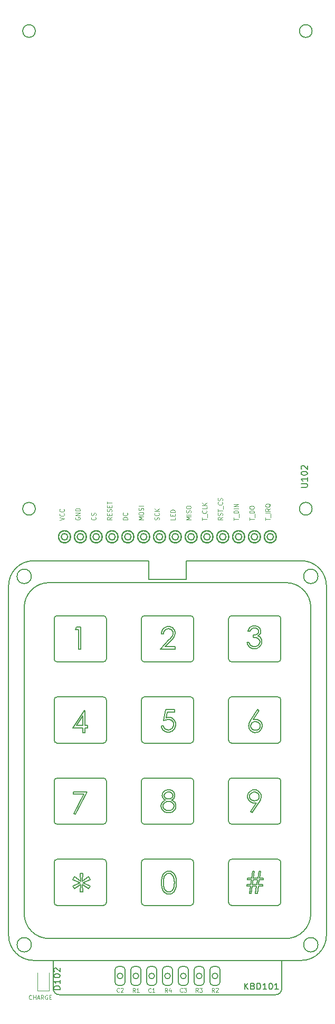
<source format=gbr>
%TF.GenerationSoftware,KiCad,Pcbnew,(5.1.12)-1*%
%TF.CreationDate,2022-05-09T22:55:39+02:00*%
%TF.ProjectId,BTCPOS,42544350-4f53-42e6-9b69-6361645f7063,rev?*%
%TF.SameCoordinates,Original*%
%TF.FileFunction,Legend,Top*%
%TF.FilePolarity,Positive*%
%FSLAX46Y46*%
G04 Gerber Fmt 4.6, Leading zero omitted, Abs format (unit mm)*
G04 Created by KiCad (PCBNEW (5.1.12)-1) date 2022-05-09 22:55:39*
%MOMM*%
%LPD*%
G01*
G04 APERTURE LIST*
%ADD10C,0.200000*%
%ADD11C,0.120000*%
%ADD12C,0.150000*%
%ADD13C,0.095250*%
%ADD14C,0.100000*%
%ADD15C,0.080000*%
G04 APERTURE END LIST*
D10*
%TO.C,U102*%
X88167559Y-107950000D02*
G75*
G03*
X88167559Y-107950000I-537559J0D01*
G01*
X88620853Y-107950000D02*
G75*
G03*
X88620853Y-107950000I-990853J0D01*
G01*
X88139998Y-107950000D02*
G75*
G03*
X88139998Y-107950000I-509998J0D01*
G01*
X88570054Y-107950000D02*
G75*
G03*
X88570054Y-107950000I-940054J0D01*
G01*
X90707560Y-107950000D02*
G75*
G03*
X90707560Y-107950000I-537559J0D01*
G01*
X93700853Y-107950000D02*
G75*
G03*
X93700853Y-107950000I-990853J0D01*
G01*
X96240853Y-107950000D02*
G75*
G03*
X96240853Y-107950000I-990853J0D01*
G01*
X95787559Y-107950000D02*
G75*
G03*
X95787559Y-107950000I-537559J0D01*
G01*
X95759998Y-107950000D02*
G75*
G03*
X95759998Y-107950000I-509998J0D01*
G01*
X100867559Y-107950000D02*
G75*
G03*
X100867559Y-107950000I-537559J0D01*
G01*
X93650054Y-107950000D02*
G75*
G03*
X93650054Y-107950000I-940054J0D01*
G01*
X101320853Y-107950000D02*
G75*
G03*
X101320853Y-107950000I-990853J0D01*
G01*
X95787559Y-107950000D02*
G75*
G03*
X95787559Y-107950000I-537559J0D01*
G01*
X62626243Y-26949401D02*
G75*
G03*
X62626243Y-26949401I-1016001J0D01*
G01*
X101320853Y-107950000D02*
G75*
G03*
X101320853Y-107950000I-990853J0D01*
G01*
X90707560Y-107950000D02*
G75*
G03*
X90707560Y-107950000I-537559J0D01*
G01*
X91110055Y-107950000D02*
G75*
G03*
X91110055Y-107950000I-940054J0D01*
G01*
X98780854Y-107950000D02*
G75*
G03*
X98780854Y-107950000I-990853J0D01*
G01*
X100867559Y-107950000D02*
G75*
G03*
X100867559Y-107950000I-537559J0D01*
G01*
X96240853Y-107950000D02*
G75*
G03*
X96240853Y-107950000I-990853J0D01*
G01*
X107045760Y-103449120D02*
G75*
G03*
X107045760Y-103449120I-1016000J0D01*
G01*
X93247559Y-107950000D02*
G75*
G03*
X93247559Y-107950000I-537559J0D01*
G01*
X93247559Y-107950000D02*
G75*
G03*
X93247559Y-107950000I-537559J0D01*
G01*
X107045761Y-26949401D02*
G75*
G03*
X107045761Y-26949401I-1016001J0D01*
G01*
X98780854Y-107950000D02*
G75*
G03*
X98780854Y-107950000I-990853J0D01*
G01*
X93219998Y-107950000D02*
G75*
G03*
X93219998Y-107950000I-509998J0D01*
G01*
X62626242Y-103449120D02*
G75*
G03*
X62626242Y-103449120I-1016000J0D01*
G01*
X100839998Y-107950000D02*
G75*
G03*
X100839998Y-107950000I-509998J0D01*
G01*
X91160854Y-107950000D02*
G75*
G03*
X91160854Y-107950000I-990853J0D01*
G01*
X98327560Y-107950000D02*
G75*
G03*
X98327560Y-107950000I-537559J0D01*
G01*
X98327560Y-107950000D02*
G75*
G03*
X98327560Y-107950000I-537559J0D01*
G01*
X90679999Y-107950000D02*
G75*
G03*
X90679999Y-107950000I-509998J0D01*
G01*
X98730055Y-107950000D02*
G75*
G03*
X98730055Y-107950000I-940054J0D01*
G01*
X91160854Y-107950000D02*
G75*
G03*
X91160854Y-107950000I-990853J0D01*
G01*
X96190054Y-107950000D02*
G75*
G03*
X96190054Y-107950000I-940054J0D01*
G01*
X93700853Y-107950000D02*
G75*
G03*
X93700853Y-107950000I-990853J0D01*
G01*
X98299999Y-107950000D02*
G75*
G03*
X98299999Y-107950000I-509998J0D01*
G01*
X101270054Y-107950000D02*
G75*
G03*
X101270054Y-107950000I-940054J0D01*
G01*
X78460853Y-107950000D02*
G75*
G03*
X78460853Y-107950000I-990853J0D01*
G01*
X67819999Y-107950000D02*
G75*
G03*
X67819999Y-107950000I-509998J0D01*
G01*
X70790054Y-107950000D02*
G75*
G03*
X70790054Y-107950000I-940054J0D01*
G01*
X72927559Y-107950000D02*
G75*
G03*
X72927559Y-107950000I-537559J0D01*
G01*
X83087559Y-107950000D02*
G75*
G03*
X83087559Y-107950000I-537559J0D01*
G01*
X83540853Y-107950000D02*
G75*
G03*
X83540853Y-107950000I-990853J0D01*
G01*
X67847560Y-107950000D02*
G75*
G03*
X67847560Y-107950000I-537559J0D01*
G01*
X75467560Y-107950000D02*
G75*
G03*
X75467560Y-107950000I-537559J0D01*
G01*
X75920854Y-107950000D02*
G75*
G03*
X75920854Y-107950000I-990853J0D01*
G01*
X85627560Y-107950000D02*
G75*
G03*
X85627560Y-107950000I-537559J0D01*
G01*
X73380853Y-107950000D02*
G75*
G03*
X73380853Y-107950000I-990853J0D01*
G01*
X78410054Y-107950000D02*
G75*
G03*
X78410054Y-107950000I-940054J0D01*
G01*
X70359998Y-107950000D02*
G75*
G03*
X70359998Y-107950000I-509998J0D01*
G01*
X70840853Y-107950000D02*
G75*
G03*
X70840853Y-107950000I-990853J0D01*
G01*
X68300854Y-107950000D02*
G75*
G03*
X68300854Y-107950000I-990853J0D01*
G01*
X68300854Y-107950000D02*
G75*
G03*
X68300854Y-107950000I-990853J0D01*
G01*
X72899998Y-107950000D02*
G75*
G03*
X72899998Y-107950000I-509998J0D01*
G01*
X78460853Y-107950000D02*
G75*
G03*
X78460853Y-107950000I-990853J0D01*
G01*
X70840853Y-107950000D02*
G75*
G03*
X70840853Y-107950000I-990853J0D01*
G01*
X83059998Y-107950000D02*
G75*
G03*
X83059998Y-107950000I-509998J0D01*
G01*
X80547560Y-107950000D02*
G75*
G03*
X80547560Y-107950000I-537559J0D01*
G01*
X81000854Y-107950000D02*
G75*
G03*
X81000854Y-107950000I-990853J0D01*
G01*
X86080854Y-107950000D02*
G75*
G03*
X86080854Y-107950000I-990853J0D01*
G01*
X73380853Y-107950000D02*
G75*
G03*
X73380853Y-107950000I-990853J0D01*
G01*
X67847560Y-107950000D02*
G75*
G03*
X67847560Y-107950000I-537559J0D01*
G01*
X68250055Y-107950000D02*
G75*
G03*
X68250055Y-107950000I-940054J0D01*
G01*
X75870055Y-107950000D02*
G75*
G03*
X75870055Y-107950000I-940054J0D01*
G01*
X80519999Y-107950000D02*
G75*
G03*
X80519999Y-107950000I-509998J0D01*
G01*
X85627560Y-107950000D02*
G75*
G03*
X85627560Y-107950000I-537559J0D01*
G01*
X78007559Y-107950000D02*
G75*
G03*
X78007559Y-107950000I-537559J0D01*
G01*
X86080854Y-107950000D02*
G75*
G03*
X86080854Y-107950000I-990853J0D01*
G01*
X70387559Y-107950000D02*
G75*
G03*
X70387559Y-107950000I-537559J0D01*
G01*
X72927559Y-107950000D02*
G75*
G03*
X72927559Y-107950000I-537559J0D01*
G01*
X75920854Y-107950000D02*
G75*
G03*
X75920854Y-107950000I-990853J0D01*
G01*
X70387559Y-107950000D02*
G75*
G03*
X70387559Y-107950000I-537559J0D01*
G01*
X78007559Y-107950000D02*
G75*
G03*
X78007559Y-107950000I-537559J0D01*
G01*
X77979998Y-107950000D02*
G75*
G03*
X77979998Y-107950000I-509998J0D01*
G01*
X83087559Y-107950000D02*
G75*
G03*
X83087559Y-107950000I-537559J0D01*
G01*
X83540853Y-107950000D02*
G75*
G03*
X83540853Y-107950000I-990853J0D01*
G01*
X73330054Y-107950000D02*
G75*
G03*
X73330054Y-107950000I-940054J0D01*
G01*
X85599999Y-107950000D02*
G75*
G03*
X85599999Y-107950000I-509998J0D01*
G01*
X83490054Y-107950000D02*
G75*
G03*
X83490054Y-107950000I-940054J0D01*
G01*
X88167559Y-107950000D02*
G75*
G03*
X88167559Y-107950000I-537559J0D01*
G01*
X81000854Y-107950000D02*
G75*
G03*
X81000854Y-107950000I-990853J0D01*
G01*
X80950055Y-107950000D02*
G75*
G03*
X80950055Y-107950000I-940054J0D01*
G01*
X88620853Y-107950000D02*
G75*
G03*
X88620853Y-107950000I-990853J0D01*
G01*
X86030055Y-107950000D02*
G75*
G03*
X86030055Y-107950000I-940054J0D01*
G01*
X75467560Y-107950000D02*
G75*
G03*
X75467560Y-107950000I-537559J0D01*
G01*
X80547560Y-107950000D02*
G75*
G03*
X80547560Y-107950000I-537559J0D01*
G01*
X75439999Y-107950000D02*
G75*
G03*
X75439999Y-107950000I-509998J0D01*
G01*
D11*
%TO.C,D102*%
X64860000Y-180605000D02*
X64860000Y-177745000D01*
X62940000Y-180605000D02*
X64860000Y-180605000D01*
X62940000Y-177745000D02*
X62940000Y-180605000D01*
D10*
%TO.C,KBD101*%
X105334800Y-111785600D02*
X86836665Y-111785600D01*
X86836665Y-114785600D02*
X86836665Y-111785600D01*
X80832935Y-114785600D02*
X86836665Y-114785600D01*
X80832935Y-111785600D02*
X80832935Y-114785600D01*
X80832935Y-111785600D02*
X62334800Y-111785600D01*
X58334800Y-115785600D02*
X58334800Y-171785600D01*
X62334800Y-175785600D02*
X105334800Y-175785600D01*
X109334800Y-171785600D02*
X109334800Y-115785600D01*
X64834800Y-172285600D02*
X102834800Y-172285600D01*
X102834800Y-115285600D02*
X64834800Y-115285600D01*
X60834800Y-119285600D02*
X60834800Y-168285600D01*
X106834800Y-168285600D02*
X106834800Y-119285600D01*
X66134800Y-166985600D02*
X73534800Y-166985600D01*
X73534800Y-159585600D02*
X66134800Y-159585600D01*
X74034800Y-166485600D02*
X74034800Y-160085600D01*
X65634800Y-160085600D02*
X65634800Y-166485600D01*
X102034800Y-127485600D02*
X102034800Y-121085600D01*
X94134800Y-127985600D02*
X101534800Y-127985600D01*
X101534800Y-120585600D02*
X94134800Y-120585600D01*
X93634800Y-121085600D02*
X93634800Y-127485600D01*
X80134800Y-127985600D02*
X87534800Y-127985600D01*
X88034800Y-127485600D02*
X88034800Y-121085600D01*
X87534800Y-120585600D02*
X80134800Y-120585600D01*
X79634800Y-121085600D02*
X79634800Y-127485600D01*
X66134800Y-127985600D02*
X73534800Y-127985600D01*
X74034800Y-127485600D02*
X74034800Y-121085600D01*
X73534800Y-120585600D02*
X66134800Y-120585600D01*
X65634800Y-121085600D02*
X65634800Y-127485600D01*
X74034800Y-140485600D02*
X74034800Y-134085600D01*
X66134800Y-140985600D02*
X73534800Y-140985600D01*
X73534800Y-133585600D02*
X66134800Y-133585600D01*
X65634800Y-134085600D02*
X65634800Y-140485600D01*
X80134800Y-140985600D02*
X87534800Y-140985600D01*
X88034800Y-140485600D02*
X88034800Y-134085600D01*
X87534800Y-133585600D02*
X80134800Y-133585600D01*
X79634800Y-134085600D02*
X79634800Y-140485600D01*
X101534800Y-133585600D02*
X94134800Y-133585600D01*
X93634800Y-134085600D02*
X93634800Y-140485600D01*
X94134800Y-140985600D02*
X101534800Y-140985600D01*
X102034800Y-140485600D02*
X102034800Y-134085600D01*
X65634800Y-147085600D02*
X65634800Y-153485600D01*
X66134800Y-153985600D02*
X73534800Y-153985600D01*
X74034800Y-153485600D02*
X74034800Y-147085600D01*
X73534800Y-146585600D02*
X66134800Y-146585600D01*
X88034800Y-153485600D02*
X88034800Y-147085600D01*
X79634800Y-147085600D02*
X79634800Y-153485600D01*
X80134800Y-153985600D02*
X87534800Y-153985600D01*
X87534800Y-146585600D02*
X80134800Y-146585600D01*
X93634800Y-147085600D02*
X93634800Y-153485600D01*
X94134800Y-153985600D02*
X101534800Y-153985600D01*
X102034800Y-153485600D02*
X102034800Y-147085600D01*
X101534800Y-146585600D02*
X94134800Y-146585600D01*
X102034800Y-166485600D02*
X102034800Y-160085600D01*
X101534800Y-159585600D02*
X94134800Y-159585600D01*
X93634800Y-160085600D02*
X93634800Y-166485600D01*
X94134800Y-166985600D02*
X101534800Y-166985600D01*
X80134800Y-166985600D02*
X87534800Y-166985600D01*
X88034800Y-166485600D02*
X88034800Y-160085600D01*
X87534800Y-159585600D02*
X80134800Y-159585600D01*
X79634800Y-160085600D02*
X79634800Y-166485600D01*
X69909368Y-122420001D02*
X69909368Y-125920001D01*
X69262232Y-122420001D02*
X69909368Y-122420001D01*
X69595265Y-125920001D02*
X69595265Y-122778976D01*
X69909368Y-125920001D02*
X69595265Y-125920001D01*
X69056803Y-122778976D02*
X69262232Y-122420001D01*
X69595265Y-122778976D02*
X69056803Y-122778976D01*
X82719308Y-125908871D02*
X84076679Y-124460353D01*
X85097512Y-125908871D02*
X82719308Y-125908871D01*
X85097512Y-125549896D02*
X85097512Y-125908871D01*
X83468807Y-125549896D02*
X85097512Y-125549896D01*
X84344507Y-124615301D02*
X83468807Y-125549896D01*
X83168026Y-123485794D02*
X82853923Y-123485794D01*
X97584188Y-124037534D02*
X97584188Y-123678560D01*
X96597009Y-124845226D02*
X96911111Y-124845226D01*
X97045727Y-123095226D02*
X96731624Y-123095226D01*
X70572989Y-138521672D02*
X70572989Y-139329364D01*
X69215617Y-138162698D02*
X70258886Y-138162698D01*
X70509187Y-135739621D02*
X70572989Y-135739621D01*
X68598630Y-138521672D02*
X70509187Y-135739621D01*
X70258886Y-138521672D02*
X68598630Y-138521672D01*
X70258886Y-139329364D02*
X70258886Y-138521672D01*
X70572989Y-139329364D02*
X70258886Y-139329364D01*
X70976835Y-138521672D02*
X70572989Y-138521672D01*
X70976835Y-138162698D02*
X70976835Y-138521672D01*
X70572989Y-138162698D02*
X70976835Y-138162698D01*
X70572989Y-135739621D02*
X70572989Y-138162698D01*
X70258886Y-136642666D02*
X69215617Y-138162698D01*
X70258886Y-138162698D02*
X70258886Y-136642666D01*
X83569740Y-135635615D02*
X85005636Y-135635615D01*
X83210766Y-137385615D02*
X83569740Y-135635615D01*
X82851791Y-138238179D02*
X83165894Y-138238179D01*
X83815133Y-135994589D02*
X83626531Y-136915162D01*
X85005636Y-135994589D02*
X83815133Y-135994589D01*
X85005636Y-135635615D02*
X85005636Y-135994589D01*
X97263005Y-137207610D02*
X98307677Y-135610454D01*
X98549564Y-135800458D02*
X97624784Y-137214621D01*
X98307677Y-135610454D02*
X98549564Y-135800458D01*
X68801174Y-152250978D02*
X70380802Y-149169548D01*
X69072508Y-152400317D02*
X68801174Y-152250978D01*
X70912252Y-148810573D02*
X69072508Y-152400317D01*
X70380802Y-149169548D02*
X68758406Y-149169548D01*
X68758406Y-148810573D02*
X70912252Y-148810573D01*
X68758406Y-149169548D02*
X68758406Y-148810573D01*
X98468154Y-150565862D02*
X97390530Y-152141984D01*
X97139528Y-151967405D02*
X98112685Y-150544829D01*
X97390530Y-152141984D02*
X97139528Y-151967405D01*
X70255600Y-164805280D02*
X69794062Y-164805280D01*
X70255600Y-161882204D02*
X70152235Y-163094944D01*
X69904639Y-163596146D02*
X68910648Y-164304079D01*
X69904639Y-163090136D02*
X69794062Y-161882204D01*
X68910648Y-162376194D02*
X69904639Y-163090136D01*
X68640216Y-162832925D02*
X68910648Y-162376194D01*
X69794062Y-163343742D02*
X68640216Y-162832925D01*
X68640216Y-163844944D02*
X69794062Y-163343742D01*
X68910648Y-164304079D02*
X68640216Y-163844944D01*
X69794062Y-164805280D02*
X69904639Y-163596146D01*
X70152235Y-163596146D02*
X70255600Y-164805280D01*
X71140216Y-164304079D02*
X70152235Y-163596146D01*
X71409446Y-163844944D02*
X71140216Y-164304079D01*
X70152235Y-163094944D02*
X71140216Y-162376194D01*
X70279639Y-163343742D02*
X71409446Y-163844944D01*
X71409446Y-162832925D02*
X70279639Y-163343742D01*
X71140216Y-162376194D02*
X71409446Y-162832925D01*
X69794062Y-161882204D02*
X70255600Y-161882204D01*
X97309939Y-162833519D02*
X96659298Y-162833519D01*
X98447159Y-163641211D02*
X99082375Y-163641211D01*
X98499042Y-161487365D02*
X98769675Y-161487365D01*
X98330773Y-162609160D02*
X98499042Y-161487365D01*
X97614226Y-162609160D02*
X98330773Y-162609160D01*
X97782495Y-161487365D02*
X97614226Y-162609160D01*
X97511862Y-161487365D02*
X97782495Y-161487365D01*
X97343593Y-162609160D02*
X97511862Y-161487365D01*
X96659298Y-162609160D02*
X97343593Y-162609160D01*
X96659298Y-162833519D02*
X96659298Y-162609160D01*
X97188645Y-163641211D02*
X97309939Y-162833519D01*
X96569555Y-163641211D02*
X97188645Y-163641211D01*
X96973401Y-165077109D02*
X97154991Y-163865570D01*
X97244735Y-165077109D02*
X96973401Y-165077109D01*
X97426325Y-163865570D02*
X97244735Y-165077109D01*
X98413505Y-163865570D02*
X98231914Y-165077109D01*
X99082375Y-163865570D02*
X98413505Y-163865570D01*
X99082375Y-163641211D02*
X99082375Y-163865570D01*
X98175825Y-163641211D02*
X98297119Y-162833519D01*
X98297119Y-162833519D02*
X97580572Y-162833519D01*
X97580572Y-162833519D02*
X97459979Y-163641211D01*
X97459979Y-163641211D02*
X98175825Y-163641211D01*
X96569555Y-163865570D02*
X96569555Y-163641211D01*
X97154991Y-163865570D02*
X96569555Y-163865570D01*
X98142171Y-163865570D02*
X97426325Y-163865570D01*
X97960580Y-165077109D02*
X98142171Y-163865570D01*
X98231914Y-165077109D02*
X97960580Y-165077109D01*
X98567752Y-162833519D02*
X98447159Y-163641211D01*
X99172119Y-162833519D02*
X98567752Y-162833519D01*
X99172119Y-162609160D02*
X99172119Y-162833519D01*
X98601406Y-162609160D02*
X99172119Y-162609160D01*
X98769675Y-161487365D02*
X98601406Y-162609160D01*
X66484800Y-181285600D02*
X101184800Y-181285600D01*
X102184800Y-180285600D02*
X102184800Y-175785600D01*
X65484800Y-175785600D02*
X65484800Y-180285600D01*
X83534800Y-179785600D02*
X84134800Y-179785600D01*
X84634800Y-179285600D02*
X84634800Y-177285600D01*
X84134800Y-176785600D02*
X83534800Y-176785600D01*
X83034800Y-177285600D02*
X83034800Y-179285600D01*
X80994800Y-179785600D02*
X81594800Y-179785600D01*
X82094800Y-179285600D02*
X82094800Y-177285600D01*
X81594800Y-176785600D02*
X80994800Y-176785600D01*
X80494800Y-177285600D02*
X80494800Y-179285600D01*
X87174800Y-179285600D02*
X87174800Y-177285600D01*
X86674800Y-176785600D02*
X86074800Y-176785600D01*
X85574800Y-177285600D02*
X85574800Y-179285600D01*
X86074800Y-179785600D02*
X86674800Y-179785600D01*
X88614800Y-179785600D02*
X89214800Y-179785600D01*
X89714800Y-179285600D02*
X89714800Y-177285600D01*
X89214800Y-176785600D02*
X88614800Y-176785600D01*
X88114800Y-177285600D02*
X88114800Y-179285600D01*
X91754800Y-176785600D02*
X91154800Y-176785600D01*
X90654800Y-177285600D02*
X90654800Y-179285600D01*
X91154800Y-179785600D02*
X91754800Y-179785600D01*
X92254800Y-179285600D02*
X92254800Y-177285600D01*
X78454800Y-179785600D02*
X79054800Y-179785600D01*
X79554800Y-179285600D02*
X79554800Y-177285600D01*
X79054800Y-176785600D02*
X78454800Y-176785600D01*
X77954800Y-177285600D02*
X77954800Y-179285600D01*
X75914800Y-179785600D02*
X76514800Y-179785600D01*
X76514800Y-176785600D02*
X75914800Y-176785600D01*
X77014800Y-179285600D02*
X77014800Y-177285600D01*
X75414800Y-177285600D02*
X75414800Y-179285600D01*
X61984800Y-114285600D02*
G75*
G03*
X61984800Y-114285600I-1150000J0D01*
G01*
X107984799Y-114285600D02*
G75*
G03*
X107984799Y-114285600I-1149999J0D01*
G01*
X107984799Y-173285600D02*
G75*
G03*
X107984799Y-173285600I-1149999J0D01*
G01*
X61984801Y-173285600D02*
G75*
G03*
X61984801Y-173285600I-1150001J0D01*
G01*
X83178543Y-123392545D02*
X83168026Y-123485794D01*
X83195370Y-123304904D02*
X83178543Y-123392545D01*
X83217806Y-123222172D02*
X83195370Y-123304904D01*
X83246552Y-123145049D02*
X83217806Y-123222172D01*
X83281608Y-123073534D02*
X83246552Y-123145049D01*
X83322273Y-123006928D02*
X83281608Y-123073534D01*
X83368547Y-122945930D02*
X83322273Y-123006928D01*
X83421131Y-122890541D02*
X83368547Y-122945930D01*
X83478623Y-122840762D02*
X83421131Y-122890541D01*
X83539620Y-122797292D02*
X83478623Y-122840762D01*
X83604124Y-122760834D02*
X83539620Y-122797292D01*
X83672132Y-122731387D02*
X83604124Y-122760834D01*
X83743647Y-122708250D02*
X83672132Y-122731387D01*
X83818667Y-122691423D02*
X83743647Y-122708250D01*
X83897192Y-122681607D02*
X83818667Y-122691423D01*
X83979223Y-122678101D02*
X83897192Y-122681607D01*
X84057748Y-122681607D02*
X83979223Y-122678101D01*
X84132769Y-122691423D02*
X84057748Y-122681607D01*
X84204283Y-122707549D02*
X84132769Y-122691423D01*
X84273694Y-122730686D02*
X84204283Y-122707549D01*
X84339599Y-122760133D02*
X84273694Y-122730686D01*
X84401999Y-122795890D02*
X84339599Y-122760133D01*
X84461595Y-122838658D02*
X84401999Y-122795890D01*
X84518385Y-122887737D02*
X84461595Y-122838658D01*
X84570269Y-122941723D02*
X84518385Y-122887737D01*
X84614439Y-122997813D02*
X84570269Y-122941723D01*
X84652300Y-123056006D02*
X84614439Y-122997813D01*
X84683850Y-123117705D02*
X84652300Y-123056006D01*
X84707688Y-123181507D02*
X84683850Y-123117705D01*
X84724515Y-123247412D02*
X84707688Y-123181507D01*
X84735032Y-123316122D02*
X84724515Y-123247412D01*
X84738538Y-123387637D02*
X84735032Y-123316122D01*
X84730825Y-123501218D02*
X84738538Y-123387637D01*
X84707688Y-123611295D02*
X84730825Y-123501218D01*
X84668426Y-123719267D02*
X84707688Y-123611295D01*
X84613738Y-123824436D02*
X84668426Y-123719267D01*
X84577981Y-123879824D02*
X84613738Y-123824436D01*
X84533810Y-123942224D02*
X84577981Y-123879824D01*
X84479824Y-124010934D02*
X84533810Y-123942224D01*
X84417424Y-124087356D02*
X84479824Y-124010934D01*
X84345910Y-124170089D02*
X84417424Y-124087356D01*
X84265281Y-124259832D02*
X84345910Y-124170089D01*
X84175537Y-124356587D02*
X84265281Y-124259832D01*
X84076679Y-124460353D02*
X84175537Y-124356587D01*
X84444768Y-124507328D02*
X84344507Y-124615301D01*
X84536615Y-124405666D02*
X84444768Y-124507328D01*
X84619347Y-124309612D02*
X84536615Y-124405666D01*
X84694367Y-124218466D02*
X84619347Y-124309612D01*
X84760273Y-124134331D02*
X84694367Y-124218466D01*
X84817765Y-124055105D02*
X84760273Y-124134331D01*
X84866843Y-123981487D02*
X84817765Y-124055105D01*
X84907508Y-123914179D02*
X84866843Y-123981487D01*
X84971310Y-123782368D02*
X84907508Y-123914179D01*
X85016182Y-123646351D02*
X84971310Y-123782368D01*
X85043526Y-123505425D02*
X85016182Y-123646351D01*
X85052640Y-123359592D02*
X85043526Y-123505425D01*
X85047732Y-123255826D02*
X85052640Y-123359592D01*
X85034411Y-123156267D02*
X85047732Y-123255826D01*
X85011274Y-123059512D02*
X85034411Y-123156267D01*
X84979724Y-122966263D02*
X85011274Y-123059512D01*
X84938357Y-122877220D02*
X84979724Y-122966263D01*
X84887877Y-122790982D02*
X84938357Y-122877220D01*
X84828982Y-122708250D02*
X84887877Y-122790982D01*
X84760273Y-122629023D02*
X84828982Y-122708250D01*
X84684551Y-122556106D02*
X84760273Y-122629023D01*
X84602520Y-122493706D02*
X84684551Y-122556106D01*
X84515581Y-122440421D02*
X84602520Y-122493706D01*
X84423033Y-122396250D02*
X84515581Y-122440421D01*
X84324175Y-122362597D02*
X84423033Y-122396250D01*
X84220409Y-122338759D02*
X84324175Y-122362597D01*
X84110333Y-122324035D02*
X84220409Y-122338759D01*
X83995349Y-122319127D02*
X84110333Y-122324035D01*
X83878261Y-122324035D02*
X83995349Y-122319127D01*
X83766083Y-122339460D02*
X83878261Y-122324035D01*
X83658811Y-122365401D02*
X83766083Y-122339460D01*
X83555746Y-122401158D02*
X83658811Y-122365401D01*
X83458290Y-122447432D02*
X83555746Y-122401158D01*
X83365041Y-122503522D02*
X83458290Y-122447432D01*
X83275999Y-122570129D02*
X83365041Y-122503522D01*
X83192565Y-122647252D02*
X83275999Y-122570129D01*
X83116143Y-122732088D02*
X83192565Y-122647252D01*
X83049536Y-122822533D02*
X83116143Y-122732088D01*
X82992745Y-122919287D02*
X83049536Y-122822533D01*
X82945770Y-123020950D02*
X82992745Y-122919287D01*
X82907910Y-123128923D02*
X82945770Y-123020950D01*
X82880566Y-123241803D02*
X82907910Y-123128923D01*
X82862337Y-123360994D02*
X82880566Y-123241803D01*
X82853923Y-123485794D02*
X82862337Y-123360994D01*
X97077978Y-123024413D02*
X97045727Y-123095226D01*
X97111632Y-122959209D02*
X97077978Y-123024413D01*
X97146688Y-122899613D02*
X97111632Y-122959209D01*
X97184549Y-122844926D02*
X97146688Y-122899613D01*
X97223110Y-122795146D02*
X97184549Y-122844926D01*
X97263775Y-122751677D02*
X97223110Y-122795146D01*
X97305843Y-122713115D02*
X97263775Y-122751677D01*
X97350013Y-122679461D02*
X97305843Y-122713115D01*
X97444665Y-122625475D02*
X97350013Y-122679461D01*
X97547029Y-122587614D02*
X97444665Y-122625475D01*
X97658507Y-122564477D02*
X97547029Y-122587614D01*
X97777698Y-122556765D02*
X97658507Y-122564477D01*
X97852017Y-122559569D02*
X97777698Y-122556765D01*
X97923531Y-122567282D02*
X97852017Y-122559569D01*
X97991540Y-122579902D02*
X97923531Y-122567282D01*
X98056043Y-122597430D02*
X97991540Y-122579902D01*
X98117742Y-122620567D02*
X98056043Y-122597430D01*
X98175935Y-122648612D02*
X98117742Y-122620567D01*
X98230622Y-122681565D02*
X98175935Y-122648612D01*
X98281804Y-122720126D02*
X98230622Y-122681565D01*
X98328779Y-122761492D02*
X98281804Y-122720126D01*
X98369444Y-122804962D02*
X98328779Y-122761492D01*
X98403799Y-122850535D02*
X98369444Y-122804962D01*
X98431844Y-122897510D02*
X98403799Y-122850535D01*
X98453579Y-122947290D02*
X98431844Y-122897510D01*
X98469004Y-122997771D02*
X98453579Y-122947290D01*
X98478819Y-123051056D02*
X98469004Y-122997771D01*
X98481624Y-123105743D02*
X98478819Y-123051056D01*
X98475314Y-123180062D02*
X98481624Y-123105743D01*
X98457085Y-123251577D02*
X98475314Y-123180062D01*
X98426235Y-123319585D02*
X98457085Y-123251577D01*
X98382766Y-123385491D02*
X98426235Y-123319585D01*
X98325975Y-123446488D02*
X98382766Y-123385491D01*
X98254460Y-123501877D02*
X98325975Y-123446488D01*
X98168223Y-123551657D02*
X98254460Y-123501877D01*
X98066560Y-123595827D02*
X98168223Y-123551657D01*
X97955081Y-123632286D02*
X98066560Y-123595827D01*
X97837293Y-123657526D02*
X97955081Y-123632286D01*
X97713896Y-123673652D02*
X97837293Y-123657526D01*
X97584188Y-123678560D02*
X97713896Y-123673652D01*
X97687253Y-124043844D02*
X97584188Y-124037534D01*
X97784008Y-124052258D02*
X97687253Y-124043844D01*
X97873050Y-124062775D02*
X97784008Y-124052258D01*
X97955081Y-124075395D02*
X97873050Y-124062775D01*
X98030803Y-124090118D02*
X97955081Y-124075395D01*
X98098811Y-124106244D02*
X98030803Y-124090118D01*
X98160510Y-124125174D02*
X98098811Y-124106244D01*
X98214497Y-124146208D02*
X98160510Y-124125174D01*
X98311251Y-124195287D02*
X98214497Y-124146208D01*
X98398190Y-124254882D02*
X98311251Y-124195287D01*
X98473912Y-124325695D02*
X98398190Y-124254882D01*
X98539817Y-124407025D02*
X98473912Y-124325695D01*
X98593102Y-124494666D02*
X98539817Y-124407025D01*
X98630963Y-124585811D02*
X98593102Y-124494666D01*
X98653399Y-124680463D02*
X98630963Y-124585811D01*
X98661111Y-124777919D02*
X98653399Y-124680463D01*
X98657606Y-124850835D02*
X98661111Y-124777919D01*
X98645686Y-124921649D02*
X98657606Y-124850835D01*
X98626756Y-124990359D02*
X98645686Y-124921649D01*
X98600114Y-125056264D02*
X98626756Y-124990359D01*
X98565759Y-125120066D02*
X98600114Y-125056264D01*
X98523691Y-125181064D02*
X98565759Y-125120066D01*
X98473912Y-125239958D02*
X98523691Y-125181064D01*
X98416420Y-125296749D02*
X98473912Y-125239958D01*
X98352618Y-125348632D02*
X98416420Y-125296749D01*
X98284609Y-125393504D02*
X98352618Y-125348632D01*
X98210991Y-125432065D02*
X98284609Y-125393504D01*
X98133166Y-125462915D02*
X98210991Y-125432065D01*
X98049733Y-125487454D02*
X98133166Y-125462915D01*
X97961392Y-125504281D02*
X98049733Y-125487454D01*
X97868142Y-125514798D02*
X97961392Y-125504281D01*
X97769985Y-125518303D02*
X97868142Y-125514798D01*
X97683046Y-125515499D02*
X97769985Y-125518303D01*
X97600314Y-125506384D02*
X97683046Y-125515499D01*
X97521087Y-125491661D02*
X97600314Y-125506384D01*
X97446067Y-125470627D02*
X97521087Y-125491661D01*
X97375254Y-125444686D02*
X97446067Y-125470627D01*
X97307946Y-125411733D02*
X97375254Y-125444686D01*
X97244845Y-125373171D02*
X97307946Y-125411733D01*
X97185250Y-125329000D02*
X97244845Y-125373171D01*
X97141780Y-125289037D02*
X97185250Y-125329000D01*
X97101115Y-125242763D02*
X97141780Y-125289037D01*
X97062553Y-125190879D02*
X97101115Y-125242763D01*
X97027497Y-125133388D02*
X97062553Y-125190879D01*
X96994545Y-125070287D02*
X97027497Y-125133388D01*
X96963695Y-125000875D02*
X96994545Y-125070287D01*
X96936352Y-124925855D02*
X96963695Y-125000875D01*
X96911111Y-124845226D02*
X96936352Y-124925855D01*
X96623651Y-124968624D02*
X96597009Y-124845226D01*
X96657305Y-125083608D02*
X96623651Y-124968624D01*
X96697269Y-125191581D02*
X96657305Y-125083608D01*
X96744244Y-125291140D02*
X96697269Y-125191581D01*
X96797529Y-125383688D02*
X96744244Y-125291140D01*
X96857826Y-125468524D02*
X96797529Y-125383688D01*
X96924432Y-125545647D02*
X96857826Y-125468524D01*
X96998050Y-125615058D02*
X96924432Y-125545647D01*
X97077277Y-125676757D02*
X96998050Y-125615058D01*
X97161412Y-125730042D02*
X97077277Y-125676757D01*
X97249753Y-125774914D02*
X97161412Y-125730042D01*
X97343002Y-125811372D02*
X97249753Y-125774914D01*
X97441159Y-125840118D02*
X97343002Y-125811372D01*
X97544224Y-125861152D02*
X97441159Y-125840118D01*
X97652197Y-125873071D02*
X97544224Y-125861152D01*
X97764376Y-125877278D02*
X97652197Y-125873071D01*
X97930542Y-125868163D02*
X97764376Y-125877278D01*
X98088996Y-125840118D02*
X97930542Y-125868163D01*
X98239036Y-125794545D02*
X98088996Y-125840118D01*
X98380662Y-125730042D02*
X98239036Y-125794545D01*
X98511071Y-125648712D02*
X98380662Y-125730042D01*
X98627457Y-125551957D02*
X98511071Y-125648712D01*
X98728419Y-125440479D02*
X98627457Y-125551957D01*
X98815358Y-125313576D02*
X98728419Y-125440479D01*
X98885470Y-125177558D02*
X98815358Y-125313576D01*
X98935250Y-125037334D02*
X98885470Y-125177558D01*
X98965398Y-124894305D02*
X98935250Y-125037334D01*
X98975214Y-124747771D02*
X98965398Y-124894305D01*
X98971708Y-124662935D02*
X98975214Y-124747771D01*
X98961892Y-124579501D02*
X98971708Y-124662935D01*
X98945767Y-124498872D02*
X98961892Y-124579501D01*
X98923331Y-124420347D02*
X98945767Y-124498872D01*
X98893884Y-124343223D02*
X98923331Y-124420347D01*
X98857425Y-124268904D02*
X98893884Y-124343223D01*
X98815358Y-124195988D02*
X98857425Y-124268904D01*
X98766279Y-124125875D02*
X98815358Y-124195988D01*
X98687053Y-124033327D02*
X98766279Y-124125875D01*
X98597309Y-123952698D02*
X98687053Y-124033327D01*
X98497049Y-123883988D02*
X98597309Y-123952698D01*
X98386973Y-123827198D02*
X98497049Y-123883988D01*
X98483026Y-123757787D02*
X98386973Y-123827198D01*
X98565759Y-123682767D02*
X98483026Y-123757787D01*
X98635871Y-123601436D02*
X98565759Y-123682767D01*
X98693363Y-123514497D02*
X98635871Y-123601436D01*
X98738235Y-123421248D02*
X98693363Y-123514497D01*
X98770486Y-123322390D02*
X98738235Y-123421248D01*
X98789416Y-123217923D02*
X98770486Y-123322390D01*
X98795727Y-123107146D02*
X98789416Y-123217923D01*
X98787313Y-122992162D02*
X98795727Y-123107146D01*
X98762774Y-122879982D02*
X98787313Y-122992162D01*
X98721408Y-122769906D02*
X98762774Y-122879982D01*
X98663916Y-122661933D02*
X98721408Y-122769906D01*
X98590999Y-122560972D02*
X98663916Y-122661933D01*
X98504761Y-122470527D02*
X98590999Y-122560972D01*
X98405202Y-122391300D02*
X98504761Y-122470527D01*
X98291620Y-122323291D02*
X98405202Y-122391300D01*
X98168924Y-122268604D02*
X98291620Y-122323291D01*
X98042021Y-122229341D02*
X98168924Y-122268604D01*
X97910210Y-122205503D02*
X98042021Y-122229341D01*
X97773491Y-122197791D02*
X97910210Y-122205503D01*
X97679541Y-122201296D02*
X97773491Y-122197791D01*
X97589096Y-122212514D02*
X97679541Y-122201296D01*
X97501456Y-122230743D02*
X97589096Y-122212514D01*
X97416620Y-122255984D02*
X97501456Y-122230743D01*
X97335290Y-122288936D02*
X97416620Y-122255984D01*
X97257465Y-122328900D02*
X97335290Y-122288936D01*
X97182445Y-122375875D02*
X97257465Y-122328900D01*
X97110931Y-122430563D02*
X97182445Y-122375875D01*
X97043623Y-122491561D02*
X97110931Y-122430563D01*
X96981924Y-122559569D02*
X97043623Y-122491561D01*
X96925835Y-122633187D02*
X96981924Y-122559569D01*
X96876055Y-122713115D02*
X96925835Y-122633187D01*
X96831183Y-122799353D02*
X96876055Y-122713115D01*
X96792622Y-122891901D02*
X96831183Y-122799353D01*
X96758968Y-122990058D02*
X96792622Y-122891901D01*
X96731624Y-123095226D02*
X96758968Y-122990058D01*
X82870020Y-138344749D02*
X82851791Y-138238179D01*
X82895261Y-138446412D02*
X82870020Y-138344749D01*
X82927512Y-138543167D02*
X82895261Y-138446412D01*
X82967476Y-138634313D02*
X82927512Y-138543167D01*
X83015153Y-138721252D02*
X82967476Y-138634313D01*
X83069840Y-138802582D02*
X83015153Y-138721252D01*
X83131539Y-138879004D02*
X83069840Y-138802582D01*
X83200950Y-138950519D02*
X83131539Y-138879004D01*
X83275970Y-139015022D02*
X83200950Y-138950519D01*
X83355898Y-139070411D02*
X83275970Y-139015022D01*
X83439331Y-139118087D02*
X83355898Y-139070411D01*
X83526972Y-139156648D02*
X83439331Y-139118087D01*
X83618819Y-139186797D02*
X83526972Y-139156648D01*
X83714872Y-139207830D02*
X83618819Y-139186797D01*
X83815133Y-139221152D02*
X83714872Y-139207830D01*
X83919599Y-139225358D02*
X83815133Y-139221152D01*
X83322244Y-137343548D02*
X83210766Y-137385615D01*
X83428815Y-137307089D02*
X83322244Y-137343548D01*
X83531879Y-137276240D02*
X83428815Y-137307089D01*
X83630036Y-137250999D02*
X83531879Y-137276240D01*
X83724688Y-137231368D02*
X83630036Y-137250999D01*
X83814431Y-137217346D02*
X83724688Y-137231368D01*
X83900668Y-137208932D02*
X83814431Y-137217346D01*
X83981999Y-137206128D02*
X83900668Y-137208932D01*
X84075949Y-137209633D02*
X83981999Y-137206128D01*
X84164290Y-137219449D02*
X84075949Y-137209633D01*
X84248425Y-137236276D02*
X84164290Y-137219449D01*
X84327652Y-137259413D02*
X84248425Y-137236276D01*
X84401971Y-137290262D02*
X84327652Y-137259413D01*
X84471382Y-137326721D02*
X84401971Y-137290262D01*
X84536586Y-137370190D02*
X84471382Y-137326721D01*
X84596181Y-137420671D02*
X84536586Y-137370190D01*
X84650168Y-137476060D02*
X84596181Y-137420671D01*
X84697143Y-137535655D02*
X84650168Y-137476060D01*
X84736406Y-137599457D02*
X84697143Y-137535655D01*
X84768657Y-137667466D02*
X84736406Y-137599457D01*
X84793898Y-137738980D02*
X84768657Y-137667466D01*
X84812127Y-137814701D02*
X84793898Y-137738980D01*
X84822644Y-137894629D02*
X84812127Y-137814701D01*
X84826149Y-137978764D02*
X84822644Y-137894629D01*
X84821943Y-138072013D02*
X84826149Y-137978764D01*
X84810023Y-138161056D02*
X84821943Y-138072013D01*
X84789691Y-138245891D02*
X84810023Y-138161056D01*
X84760945Y-138327221D02*
X84789691Y-138245891D01*
X84723785Y-138404345D02*
X84760945Y-138327221D01*
X84678914Y-138477963D02*
X84723785Y-138404345D01*
X84625628Y-138547374D02*
X84678914Y-138477963D01*
X84564631Y-138612578D02*
X84625628Y-138547374D01*
X84497323Y-138672173D02*
X84564631Y-138612578D01*
X84427211Y-138723355D02*
X84497323Y-138672173D01*
X84353593Y-138767526D02*
X84427211Y-138723355D01*
X84277171Y-138802582D02*
X84353593Y-138767526D01*
X84197243Y-138830627D02*
X84277171Y-138802582D01*
X84113809Y-138850258D02*
X84197243Y-138830627D01*
X84027572Y-138862177D02*
X84113809Y-138850258D01*
X83937828Y-138866384D02*
X84027572Y-138862177D01*
X83845981Y-138861476D02*
X83937828Y-138866384D01*
X83756238Y-138846052D02*
X83845981Y-138861476D01*
X83667897Y-138821512D02*
X83756238Y-138846052D01*
X83582360Y-138786456D02*
X83667897Y-138821512D01*
X83501731Y-138743688D02*
X83582360Y-138786456D01*
X83429516Y-138693908D02*
X83501731Y-138743688D01*
X83365714Y-138638519D02*
X83429516Y-138693908D01*
X83310325Y-138576821D02*
X83365714Y-138638519D01*
X83263350Y-138506709D02*
X83310325Y-138576821D01*
X83223386Y-138426781D02*
X83263350Y-138506709D01*
X83191134Y-138337738D02*
X83223386Y-138426781D01*
X83165894Y-138238179D02*
X83191134Y-138337738D01*
X84007239Y-139223255D02*
X83919599Y-139225358D01*
X84092776Y-139215543D02*
X84007239Y-139223255D01*
X84175508Y-139203624D02*
X84092776Y-139215543D01*
X84255436Y-139186797D02*
X84175508Y-139203624D01*
X84332559Y-139165062D02*
X84255436Y-139186797D01*
X84406878Y-139138419D02*
X84332559Y-139165062D01*
X84479094Y-139107570D02*
X84406878Y-139138419D01*
X84548505Y-139071112D02*
X84479094Y-139107570D01*
X84615112Y-139030447D02*
X84548505Y-139071112D01*
X84677511Y-138985575D02*
X84615112Y-139030447D01*
X84737107Y-138936496D02*
X84677511Y-138985575D01*
X84793197Y-138883211D02*
X84737107Y-138936496D01*
X84845080Y-138825719D02*
X84793197Y-138883211D01*
X84893457Y-138764020D02*
X84845080Y-138825719D01*
X84939030Y-138698115D02*
X84893457Y-138764020D01*
X84980396Y-138628003D02*
X84939030Y-138698115D01*
X85017555Y-138554385D02*
X84980396Y-138628003D01*
X85050508Y-138479365D02*
X85017555Y-138554385D01*
X85077852Y-138402943D02*
X85050508Y-138479365D01*
X85100288Y-138324417D02*
X85077852Y-138402943D01*
X85117816Y-138243788D02*
X85100288Y-138324417D01*
X85130436Y-138161757D02*
X85117816Y-138243788D01*
X85137447Y-138077622D02*
X85130436Y-138161757D01*
X85140252Y-137992085D02*
X85137447Y-138077622D01*
X85135344Y-137869389D02*
X85140252Y-137992085D01*
X85120620Y-137752302D02*
X85135344Y-137869389D01*
X85096782Y-137640823D02*
X85120620Y-137752302D01*
X85062427Y-137534954D02*
X85096782Y-137640823D01*
X85018958Y-137435394D02*
X85062427Y-137534954D01*
X84964971Y-137340743D02*
X85018958Y-137435394D01*
X84901870Y-137252402D02*
X84964971Y-137340743D01*
X84828954Y-137168968D02*
X84901870Y-137252402D01*
X84748325Y-137093247D02*
X84828954Y-137168968D01*
X84662788Y-137028043D02*
X84748325Y-137093247D01*
X84572343Y-136972654D02*
X84662788Y-137028043D01*
X84476289Y-136927782D02*
X84572343Y-136972654D01*
X84374627Y-136892726D02*
X84476289Y-136927782D01*
X84268056Y-136867486D02*
X84374627Y-136892726D01*
X84155877Y-136852061D02*
X84268056Y-136867486D01*
X84038789Y-136847153D02*
X84155877Y-136852061D01*
X83944138Y-136851360D02*
X84038789Y-136847153D01*
X83843878Y-136863980D02*
X83944138Y-136851360D01*
X83738009Y-136885715D02*
X83843878Y-136863980D01*
X83626531Y-136915162D02*
X83738009Y-136885715D01*
X98001988Y-137543447D02*
X97921359Y-137539942D01*
X98079111Y-137552562D02*
X98001988Y-137543447D01*
X98153430Y-137568688D02*
X98079111Y-137552562D01*
X98224945Y-137590422D02*
X98153430Y-137568688D01*
X98292953Y-137619168D02*
X98224945Y-137590422D01*
X98358158Y-137654224D02*
X98292953Y-137619168D01*
X98420558Y-137695591D02*
X98358158Y-137654224D01*
X98480153Y-137743267D02*
X98420558Y-137695591D01*
X98534139Y-137795150D02*
X98480153Y-137743267D01*
X98581114Y-137850539D02*
X98534139Y-137795150D01*
X98621078Y-137908031D02*
X98581114Y-137850539D01*
X98654031Y-137968327D02*
X98621078Y-137908031D01*
X98679271Y-138031428D02*
X98654031Y-137968327D01*
X98696800Y-138097333D02*
X98679271Y-138031428D01*
X98708017Y-138165342D02*
X98696800Y-138097333D01*
X98711523Y-138236857D02*
X98708017Y-138165342D01*
X97210421Y-137288940D02*
X97263005Y-137207610D01*
X97161343Y-137367466D02*
X97210421Y-137288940D01*
X97117172Y-137442486D02*
X97161343Y-137367466D01*
X97076507Y-137515402D02*
X97117172Y-137442486D01*
X97040750Y-137584813D02*
X97076507Y-137515402D01*
X97008498Y-137650719D02*
X97040750Y-137584813D01*
X96981154Y-137714521D02*
X97008498Y-137650719D01*
X96957316Y-137774817D02*
X96981154Y-137714521D01*
X96920157Y-137891204D02*
X96957316Y-137774817D01*
X96893514Y-138004785D02*
X96920157Y-137891204D01*
X96877388Y-138116264D02*
X96893514Y-138004785D01*
X96871779Y-138224236D02*
X96877388Y-138116264D01*
X98078410Y-139280827D02*
X97931876Y-139289942D01*
X98219336Y-139254184D02*
X98078410Y-139280827D01*
X98356054Y-139209313D02*
X98219336Y-139254184D01*
X98487164Y-139146913D02*
X98356054Y-139209313D01*
X98609159Y-139069088D02*
X98487164Y-139146913D01*
X98715730Y-138978643D02*
X98609159Y-139069088D01*
X98808278Y-138876280D02*
X98715730Y-138978643D01*
X98885401Y-138761296D02*
X98808278Y-138876280D01*
X98947100Y-138635795D02*
X98885401Y-138761296D01*
X98990570Y-138503984D02*
X98947100Y-138635795D01*
X99017212Y-138364461D02*
X98990570Y-138503984D01*
X99025626Y-138217926D02*
X99017212Y-138364461D01*
X96880894Y-138365162D02*
X96871779Y-138224236D01*
X96906836Y-138501881D02*
X96880894Y-138365162D01*
X96951006Y-138633692D02*
X96906836Y-138501881D01*
X97012004Y-138761997D02*
X96951006Y-138633692D01*
X97088426Y-138880486D02*
X97012004Y-138761997D01*
X97178871Y-138984954D02*
X97088426Y-138880486D01*
X97281936Y-139075398D02*
X97178871Y-138984954D01*
X97398322Y-139151821D02*
X97281936Y-139075398D01*
X97523823Y-139212117D02*
X97398322Y-139151821D01*
X97654933Y-139255587D02*
X97523823Y-139212117D01*
X97790950Y-139281528D02*
X97654933Y-139255587D01*
X97931876Y-139289942D02*
X97790950Y-139281528D01*
X99020718Y-138110655D02*
X99025626Y-138217926D01*
X99006695Y-138007590D02*
X99020718Y-138110655D01*
X98982857Y-137908732D02*
X99006695Y-138007590D01*
X98949904Y-137814080D02*
X98982857Y-137908732D01*
X98907837Y-137724337D02*
X98949904Y-137814080D01*
X98855954Y-137638800D02*
X98907837Y-137724337D01*
X98794255Y-137557470D02*
X98855954Y-137638800D01*
X98723442Y-137480346D02*
X98794255Y-137557470D01*
X98645618Y-137410234D02*
X98723442Y-137480346D01*
X98564288Y-137349236D02*
X98645618Y-137410234D01*
X98478050Y-137298055D02*
X98564288Y-137349236D01*
X98388306Y-137255987D02*
X98478050Y-137298055D01*
X98294356Y-137223035D02*
X98388306Y-137255987D01*
X98196199Y-137199897D02*
X98294356Y-137223035D01*
X98093835Y-137185875D02*
X98196199Y-137199897D01*
X97987264Y-137180967D02*
X98093835Y-137185875D01*
X97809880Y-137189381D02*
X97987264Y-137180967D01*
X97624784Y-137214621D02*
X97809880Y-137189381D01*
X97189388Y-138165342D02*
X97185882Y-138236857D01*
X97198502Y-138097333D02*
X97189388Y-138165342D01*
X97214628Y-138031428D02*
X97198502Y-138097333D01*
X97237064Y-137968327D02*
X97214628Y-138031428D01*
X97265810Y-137908031D02*
X97237064Y-137968327D01*
X97300866Y-137850539D02*
X97265810Y-137908031D01*
X97342232Y-137795150D02*
X97300866Y-137850539D01*
X97389909Y-137743267D02*
X97342232Y-137795150D01*
X97443194Y-137695591D02*
X97389909Y-137743267D01*
X97499985Y-137654224D02*
X97443194Y-137695591D01*
X97560281Y-137619168D02*
X97499985Y-137654224D01*
X97624784Y-137590422D02*
X97560281Y-137619168D01*
X97693494Y-137568688D02*
X97624784Y-137590422D01*
X97765710Y-137552562D02*
X97693494Y-137568688D01*
X97841431Y-137543447D02*
X97765710Y-137552562D01*
X97921359Y-137539942D02*
X97841431Y-137543447D01*
X98708017Y-138307670D02*
X98711523Y-138236857D01*
X98697501Y-138374978D02*
X98708017Y-138307670D01*
X98679973Y-138440883D02*
X98697501Y-138374978D01*
X98655433Y-138503283D02*
X98679973Y-138440883D01*
X98623883Y-138563579D02*
X98655433Y-138503283D01*
X98586022Y-138620370D02*
X98623883Y-138563579D01*
X98540449Y-138675759D02*
X98586022Y-138620370D01*
X98487865Y-138727642D02*
X98540449Y-138675759D01*
X98430373Y-138775318D02*
X98487865Y-138727642D01*
X98370778Y-138816684D02*
X98430373Y-138775318D01*
X98307677Y-138851740D02*
X98370778Y-138816684D01*
X98241771Y-138879785D02*
X98307677Y-138851740D01*
X98173062Y-138902221D02*
X98241771Y-138879785D01*
X98100846Y-138918347D02*
X98173062Y-138902221D01*
X98026527Y-138927462D02*
X98100846Y-138918347D01*
X97948703Y-138930967D02*
X98026527Y-138927462D01*
X97870878Y-138927462D02*
X97948703Y-138930967D01*
X97796559Y-138918347D02*
X97870878Y-138927462D01*
X97724344Y-138902221D02*
X97796559Y-138918347D01*
X97655634Y-138879785D02*
X97724344Y-138902221D01*
X97589728Y-138851740D02*
X97655634Y-138879785D01*
X97526627Y-138816684D02*
X97589728Y-138851740D01*
X97466331Y-138775318D02*
X97526627Y-138816684D01*
X97408839Y-138727642D02*
X97466331Y-138775318D01*
X97356255Y-138675759D02*
X97408839Y-138727642D01*
X97311383Y-138620370D02*
X97356255Y-138675759D01*
X97272821Y-138563579D02*
X97311383Y-138620370D01*
X97241972Y-138503283D02*
X97272821Y-138563579D01*
X97217433Y-138440883D02*
X97241972Y-138503283D01*
X97199904Y-138374978D02*
X97217433Y-138440883D01*
X97189388Y-138307670D02*
X97199904Y-138374978D01*
X97185882Y-138236857D02*
X97189388Y-138307670D01*
X84077351Y-148824276D02*
X83994619Y-148821471D01*
X84154475Y-148831988D02*
X84077351Y-148824276D01*
X84226690Y-148845310D02*
X84154475Y-148831988D01*
X84293998Y-148863539D02*
X84226690Y-148845310D01*
X84356398Y-148887377D02*
X84293998Y-148863539D01*
X84413890Y-148916824D02*
X84356398Y-148887377D01*
X84465773Y-148951179D02*
X84413890Y-148916824D01*
X84512748Y-148990442D02*
X84465773Y-148951179D01*
X84554815Y-149033210D02*
X84512748Y-148990442D01*
X84591273Y-149076680D02*
X84554815Y-149033210D01*
X84621422Y-149120850D02*
X84591273Y-149076680D01*
X84646662Y-149166423D02*
X84621422Y-149120850D01*
X84666293Y-149213399D02*
X84646662Y-149166423D01*
X84680316Y-149260374D02*
X84666293Y-149213399D01*
X84688729Y-149308751D02*
X84680316Y-149260374D01*
X84691534Y-149358531D02*
X84688729Y-149308751D01*
X83937828Y-149940462D02*
X84007239Y-149943266D01*
X83870520Y-149932048D02*
X83937828Y-149940462D01*
X83805317Y-149918026D02*
X83870520Y-149932048D01*
X83742216Y-149898395D02*
X83805317Y-149918026D01*
X83681218Y-149873154D02*
X83742216Y-149898395D01*
X83623025Y-149843006D02*
X83681218Y-149873154D01*
X83566234Y-149806548D02*
X83623025Y-149843006D01*
X83512248Y-149764480D02*
X83566234Y-149806548D01*
X83462468Y-149718907D02*
X83512248Y-149764480D01*
X83419700Y-149672633D02*
X83462468Y-149718907D01*
X83383242Y-149624256D02*
X83419700Y-149672633D01*
X83353794Y-149575177D02*
X83383242Y-149624256D01*
X83329956Y-149524697D02*
X83353794Y-149575177D01*
X83313831Y-149472814D02*
X83329956Y-149524697D01*
X83304015Y-149420229D02*
X83313831Y-149472814D01*
X83300509Y-149365542D02*
X83304015Y-149420229D01*
X83409183Y-150149396D02*
X83497524Y-150102421D01*
X83327853Y-150198475D02*
X83409183Y-150149396D01*
X83252132Y-150248955D02*
X83327853Y-150198475D01*
X83183422Y-150301540D02*
X83252132Y-150248955D01*
X83120321Y-150355526D02*
X83183422Y-150301540D01*
X83063530Y-150410915D02*
X83120321Y-150355526D01*
X83013750Y-150467705D02*
X83063530Y-150410915D01*
X82969580Y-150526600D02*
X83013750Y-150467705D01*
X82931719Y-150586896D02*
X82969580Y-150526600D01*
X82898766Y-150649296D02*
X82931719Y-150586896D01*
X82870722Y-150713098D02*
X82898766Y-150649296D01*
X82847585Y-150779003D02*
X82870722Y-150713098D01*
X82830056Y-150847012D02*
X82847585Y-150779003D01*
X82817436Y-150916423D02*
X82830056Y-150847012D01*
X82809724Y-150987938D02*
X82817436Y-150916423D01*
X82806919Y-151061556D02*
X82809724Y-150987938D01*
X83125229Y-150996351D02*
X83121022Y-151072072D01*
X83137148Y-150922733D02*
X83125229Y-150996351D01*
X83156779Y-150851920D02*
X83137148Y-150922733D01*
X83185525Y-150783210D02*
X83156779Y-150851920D01*
X83221282Y-150717305D02*
X83185525Y-150783210D01*
X83265453Y-150653503D02*
X83221282Y-150717305D01*
X83317336Y-150592505D02*
X83265453Y-150653503D01*
X83377633Y-150533611D02*
X83317336Y-150592505D01*
X83443538Y-150479624D02*
X83377633Y-150533611D01*
X83513650Y-150432649D02*
X83443538Y-150479624D01*
X83587969Y-150392685D02*
X83513650Y-150432649D01*
X83665794Y-150359733D02*
X83587969Y-150392685D01*
X83747124Y-150334492D02*
X83665794Y-150359733D01*
X83832661Y-150316964D02*
X83747124Y-150334492D01*
X83921702Y-150305746D02*
X83832661Y-150316964D01*
X84014951Y-150302241D02*
X83921702Y-150305746D01*
X84624927Y-150033010D02*
X84508541Y-150102421D01*
X84726590Y-149956588D02*
X84624927Y-150033010D01*
X84811426Y-149875258D02*
X84726590Y-149956588D01*
X84881538Y-149786916D02*
X84811426Y-149875258D01*
X84935524Y-149692265D02*
X84881538Y-149786916D01*
X84974787Y-149591303D02*
X84935524Y-149692265D01*
X84997924Y-149484032D02*
X84974787Y-149591303D01*
X85005636Y-149370450D02*
X84997924Y-149484032D01*
X84997223Y-149254765D02*
X85005636Y-149370450D01*
X84972684Y-149141884D02*
X84997223Y-149254765D01*
X84932019Y-149031107D02*
X84972684Y-149141884D01*
X84874527Y-148923835D02*
X84932019Y-149031107D01*
X84803012Y-148822874D02*
X84874527Y-148923835D01*
X84718878Y-148733130D02*
X84803012Y-148822874D01*
X84622824Y-148653903D02*
X84718878Y-148733130D01*
X84513449Y-148586596D02*
X84622824Y-148653903D01*
X84395660Y-148532609D02*
X84513449Y-148586596D01*
X84272964Y-148493346D02*
X84395660Y-148532609D01*
X84145360Y-148470209D02*
X84272964Y-148493346D01*
X84012147Y-148462497D02*
X84145360Y-148470209D01*
X83875428Y-148470209D02*
X84012147Y-148462497D01*
X83744319Y-148493346D02*
X83875428Y-148470209D01*
X83617416Y-148531207D02*
X83744319Y-148493346D01*
X83495421Y-148585193D02*
X83617416Y-148531207D01*
X83382540Y-148652501D02*
X83495421Y-148585193D01*
X83282981Y-148731027D02*
X83382540Y-148652501D01*
X83196042Y-148820770D02*
X83282981Y-148731027D01*
X83121723Y-148922433D02*
X83196042Y-148820770D01*
X83062829Y-149029705D02*
X83121723Y-148922433D01*
X83020060Y-149139080D02*
X83062829Y-149029705D01*
X82994820Y-149249156D02*
X83020060Y-149139080D01*
X82986407Y-149360634D02*
X82994820Y-149249156D01*
X82994119Y-149470009D02*
X82986407Y-149360634D01*
X83018658Y-149575878D02*
X82994119Y-149470009D01*
X83057921Y-149678242D02*
X83018658Y-149575878D01*
X83114011Y-149777100D02*
X83057921Y-149678242D01*
X83186226Y-149870350D02*
X83114011Y-149777100D01*
X83273867Y-149955185D02*
X83186226Y-149870350D01*
X83377633Y-150033010D02*
X83273867Y-149955185D01*
X83497524Y-150102421D02*
X83377633Y-150033010D01*
X82811827Y-151161816D02*
X82806919Y-151061556D01*
X82825850Y-151259973D02*
X82811827Y-151161816D01*
X82848987Y-151356027D02*
X82825850Y-151259973D01*
X82881940Y-151449977D02*
X82848987Y-151356027D01*
X82924708Y-151541824D02*
X82881940Y-151449977D01*
X82975890Y-151631568D02*
X82924708Y-151541824D01*
X83036887Y-151719208D02*
X82975890Y-151631568D01*
X83107701Y-151804745D02*
X83036887Y-151719208D01*
X83187629Y-151883971D02*
X83107701Y-151804745D01*
X83275970Y-151951980D02*
X83187629Y-151883971D01*
X83372725Y-152010173D02*
X83275970Y-151951980D01*
X83479295Y-152057850D02*
X83372725Y-152010173D01*
X83593578Y-152094308D02*
X83479295Y-152057850D01*
X83717677Y-152120951D02*
X83593578Y-152094308D01*
X83850188Y-152136375D02*
X83717677Y-152120951D01*
X83991113Y-152141984D02*
X83850188Y-152136375D01*
X84137648Y-152135674D02*
X83991113Y-152141984D01*
X84275769Y-152118146D02*
X84137648Y-152135674D01*
X84404775Y-152087998D02*
X84275769Y-152118146D01*
X84525368Y-152045931D02*
X84404775Y-152087998D01*
X84637547Y-151991944D02*
X84525368Y-152045931D01*
X84740612Y-151926039D02*
X84637547Y-151991944D01*
X84834563Y-151847513D02*
X84740612Y-151926039D01*
X84920100Y-151757770D02*
X84834563Y-151847513D01*
X84982499Y-151677842D02*
X84920100Y-151757770D01*
X85035785Y-151594408D02*
X84982499Y-151677842D01*
X85081358Y-151508871D02*
X85035785Y-151594408D01*
X85119218Y-151419128D02*
X85081358Y-151508871D01*
X85147964Y-151327281D02*
X85119218Y-151419128D01*
X85168297Y-151231928D02*
X85147964Y-151327281D01*
X85180917Y-151133771D02*
X85168297Y-151231928D01*
X85185124Y-151032810D02*
X85180917Y-151133771D01*
X85182319Y-150960594D02*
X85185124Y-151032810D01*
X85175308Y-150890482D02*
X85182319Y-150960594D01*
X85162688Y-150822473D02*
X85175308Y-150890482D01*
X85144459Y-150755866D02*
X85162688Y-150822473D01*
X85122023Y-150692064D02*
X85144459Y-150755866D01*
X85093978Y-150629665D02*
X85122023Y-150692064D01*
X85061025Y-150569368D02*
X85093978Y-150629665D01*
X85023164Y-150511175D02*
X85061025Y-150569368D01*
X84979695Y-150454384D02*
X85023164Y-150511175D01*
X84930616Y-150399697D02*
X84979695Y-150454384D01*
X84875228Y-150345710D02*
X84930616Y-150399697D01*
X84813529Y-150293827D02*
X84875228Y-150345710D01*
X84746221Y-150244048D02*
X84813529Y-150293827D01*
X84673305Y-150194969D02*
X84746221Y-150244048D01*
X84594078Y-150147994D02*
X84673305Y-150194969D01*
X84508541Y-150102421D02*
X84594078Y-150147994D01*
X83303314Y-149310854D02*
X83300509Y-149365542D01*
X83313129Y-149258270D02*
X83303314Y-149310854D01*
X83328554Y-149207790D02*
X83313129Y-149258270D01*
X83349588Y-149158711D02*
X83328554Y-149207790D01*
X83377633Y-149111736D02*
X83349588Y-149158711D01*
X83411286Y-149066864D02*
X83377633Y-149111736D01*
X83451250Y-149024096D02*
X83411286Y-149066864D01*
X83497524Y-148982729D02*
X83451250Y-149024096D01*
X83548706Y-148944869D02*
X83497524Y-148982729D01*
X83602693Y-148911916D02*
X83548706Y-148944869D01*
X83659484Y-148884572D02*
X83602693Y-148911916D01*
X83720481Y-148861435D02*
X83659484Y-148884572D01*
X83784283Y-148843907D02*
X83720481Y-148861435D01*
X83850889Y-148831287D02*
X83784283Y-148843907D01*
X83921001Y-148824276D02*
X83850889Y-148831287D01*
X83994619Y-148821471D02*
X83921001Y-148824276D01*
X84685925Y-149429344D02*
X84691534Y-149358531D01*
X84669098Y-149500157D02*
X84685925Y-149429344D01*
X84640352Y-149570270D02*
X84669098Y-149500157D01*
X84601089Y-149641083D02*
X84640352Y-149570270D01*
X84551309Y-149707689D02*
X84601089Y-149641083D01*
X84493116Y-149766584D02*
X84551309Y-149707689D01*
X84425809Y-149818467D02*
X84493116Y-149766584D01*
X84349386Y-149862637D02*
X84425809Y-149818467D01*
X84267355Y-149897693D02*
X84349386Y-149862637D01*
X84183221Y-149922934D02*
X84267355Y-149897693D01*
X84096281Y-149938358D02*
X84183221Y-149922934D01*
X84007239Y-149943266D02*
X84096281Y-149938358D01*
X84101890Y-150305746D02*
X84014951Y-150302241D01*
X84185324Y-150316263D02*
X84101890Y-150305746D01*
X84265953Y-150333791D02*
X84185324Y-150316263D01*
X84343076Y-150358330D02*
X84265953Y-150333791D01*
X84417395Y-150389881D02*
X84343076Y-150358330D01*
X84488209Y-150428443D02*
X84417395Y-150389881D01*
X84555516Y-150474016D02*
X84488209Y-150428443D01*
X84620019Y-150526600D02*
X84555516Y-150474016D01*
X84678914Y-150583391D02*
X84620019Y-150526600D01*
X84730096Y-150642285D02*
X84678914Y-150583391D01*
X84772864Y-150703282D02*
X84730096Y-150642285D01*
X84808621Y-150766383D02*
X84772864Y-150703282D01*
X84835965Y-150831588D02*
X84808621Y-150766383D01*
X84855596Y-150898895D02*
X84835965Y-150831588D01*
X84866814Y-150967605D02*
X84855596Y-150898895D01*
X84871021Y-151039120D02*
X84866814Y-150967605D01*
X84867515Y-151112737D02*
X84871021Y-151039120D01*
X84856297Y-151183551D02*
X84867515Y-151112737D01*
X84837367Y-151252261D02*
X84856297Y-151183551D01*
X84811426Y-151318166D02*
X84837367Y-151252261D01*
X84778473Y-151381968D02*
X84811426Y-151318166D01*
X84737107Y-151443667D02*
X84778473Y-151381968D01*
X84688729Y-151503262D02*
X84737107Y-151443667D01*
X84633341Y-151560053D02*
X84688729Y-151503262D01*
X84571642Y-151612637D02*
X84633341Y-151560053D01*
X84504334Y-151657509D02*
X84571642Y-151612637D01*
X84432119Y-151696071D02*
X84504334Y-151657509D01*
X84354995Y-151726920D02*
X84432119Y-151696071D01*
X84272964Y-151751459D02*
X84354995Y-151726920D01*
X84185324Y-151768987D02*
X84272964Y-151751459D01*
X84092776Y-151779504D02*
X84185324Y-151768987D01*
X83994619Y-151783010D02*
X84092776Y-151779504D01*
X83869118Y-151777401D02*
X83994619Y-151783010D01*
X83750629Y-151759873D02*
X83869118Y-151777401D01*
X83640553Y-151731828D02*
X83750629Y-151759873D01*
X83537488Y-151691864D02*
X83640553Y-151731828D01*
X83444239Y-151641383D02*
X83537488Y-151691864D01*
X83362208Y-151580386D02*
X83444239Y-151641383D01*
X83290694Y-151510975D02*
X83362208Y-151580386D01*
X83230397Y-151431047D02*
X83290694Y-151510975D01*
X83182721Y-151345510D02*
X83230397Y-151431047D01*
X83148366Y-151256467D02*
X83182721Y-151345510D01*
X83128033Y-151166023D02*
X83148366Y-151256467D01*
X83121022Y-151072072D02*
X83128033Y-151166023D01*
X96990189Y-149446171D02*
X96986684Y-149516984D01*
X97000706Y-149378162D02*
X96990189Y-149446171D01*
X97018935Y-149312958D02*
X97000706Y-149378162D01*
X97044176Y-149249857D02*
X97018935Y-149312958D01*
X97076427Y-149190262D02*
X97044176Y-149249857D01*
X97115690Y-149132770D02*
X97076427Y-149190262D01*
X97161964Y-149077381D02*
X97115690Y-149132770D01*
X97215950Y-149025498D02*
X97161964Y-149077381D01*
X97274845Y-148977822D02*
X97215950Y-149025498D01*
X97336543Y-148936455D02*
X97274845Y-148977822D01*
X97401748Y-148901399D02*
X97336543Y-148936455D01*
X97469756Y-148872653D02*
X97401748Y-148901399D01*
X97540570Y-148850217D02*
X97469756Y-148872653D01*
X97614188Y-148834092D02*
X97540570Y-148850217D01*
X97690610Y-148824977D02*
X97614188Y-148834092D01*
X97770538Y-148821471D02*
X97690610Y-148824977D01*
X97851167Y-148824977D02*
X97770538Y-148821471D01*
X97928290Y-148834092D02*
X97851167Y-148824977D01*
X98002609Y-148850217D02*
X97928290Y-148834092D01*
X98073422Y-148872653D02*
X98002609Y-148850217D01*
X98141431Y-148901399D02*
X98073422Y-148872653D01*
X98206635Y-148936455D02*
X98141431Y-148901399D01*
X98268334Y-148977822D02*
X98206635Y-148936455D01*
X98327228Y-149025498D02*
X98268334Y-148977822D01*
X98381215Y-149077381D02*
X98327228Y-149025498D01*
X98428190Y-149132770D02*
X98381215Y-149077381D01*
X98467453Y-149190262D02*
X98428190Y-149132770D01*
X98499704Y-149249857D02*
X98467453Y-149190262D01*
X98524945Y-149312958D02*
X98499704Y-149249857D01*
X98543174Y-149378162D02*
X98524945Y-149312958D01*
X98553691Y-149446171D02*
X98543174Y-149378162D01*
X98557196Y-149516984D02*
X98553691Y-149446171D01*
X98553691Y-149587798D02*
X98557196Y-149516984D01*
X98544576Y-149655806D02*
X98553691Y-149587798D01*
X98528450Y-149721011D02*
X98544576Y-149655806D01*
X98505313Y-149784112D02*
X98528450Y-149721011D01*
X98476567Y-149844408D02*
X98505313Y-149784112D01*
X98440810Y-149901900D02*
X98476567Y-149844408D01*
X98398743Y-149956588D02*
X98440810Y-149901900D01*
X98350365Y-150009172D02*
X98398743Y-149956588D01*
X98296379Y-150056848D02*
X98350365Y-150009172D01*
X98238887Y-150098214D02*
X98296379Y-150056848D01*
X98176487Y-150133270D02*
X98238887Y-150098214D01*
X98109881Y-150161315D02*
X98176487Y-150133270D01*
X98039768Y-150183751D02*
X98109881Y-150161315D01*
X97964748Y-150199877D02*
X98039768Y-150183751D01*
X97886223Y-150208991D02*
X97964748Y-150199877D01*
X97802789Y-150212497D02*
X97886223Y-150208991D01*
X97926187Y-150564460D02*
X97744596Y-150571471D01*
X98112685Y-150544829D02*
X97926187Y-150564460D01*
X98522841Y-150483831D02*
X98468154Y-150565862D01*
X98573322Y-150404604D02*
X98522841Y-150483831D01*
X98618895Y-150328883D02*
X98573322Y-150404604D01*
X98660261Y-150255266D02*
X98618895Y-150328883D01*
X98697421Y-150185854D02*
X98660261Y-150255266D01*
X98730373Y-150118547D02*
X98697421Y-150185854D01*
X98759119Y-150054745D02*
X98730373Y-150118547D01*
X98782958Y-149993747D02*
X98759119Y-150054745D01*
X98821519Y-149875959D02*
X98782958Y-149993747D01*
X98849564Y-149760274D02*
X98821519Y-149875959D01*
X98865690Y-149648094D02*
X98849564Y-149760274D01*
X98871299Y-149538018D02*
X98865690Y-149648094D01*
X98862184Y-149396391D02*
X98871299Y-149538018D01*
X98835542Y-149259673D02*
X98862184Y-149396391D01*
X98790670Y-149126459D02*
X98835542Y-149259673D01*
X98728270Y-148998154D02*
X98790670Y-149126459D01*
X98649744Y-148878262D02*
X98728270Y-148998154D01*
X98557897Y-148772393D02*
X98649744Y-148878262D01*
X98452729Y-148681247D02*
X98557897Y-148772393D01*
X98333539Y-148603423D02*
X98452729Y-148681247D01*
X98205233Y-148541724D02*
X98333539Y-148603423D01*
X98071319Y-148497553D02*
X98205233Y-148541724D01*
X97931796Y-148471612D02*
X98071319Y-148497553D01*
X97786664Y-148462497D02*
X97931796Y-148471612D01*
X97638727Y-148471612D02*
X97786664Y-148462497D01*
X97494997Y-148498254D02*
X97638727Y-148471612D01*
X97356175Y-148543827D02*
X97494997Y-148498254D01*
X97222260Y-148606928D02*
X97356175Y-148543827D01*
X97098162Y-148685454D02*
X97222260Y-148606928D01*
X96988787Y-148775899D02*
X97098162Y-148685454D01*
X96894837Y-148878262D02*
X96988787Y-148775899D01*
X96815610Y-148993246D02*
X96894837Y-148878262D01*
X96753210Y-149117345D02*
X96815610Y-148993246D01*
X96708338Y-149249156D02*
X96753210Y-149117345D01*
X96681696Y-149387978D02*
X96708338Y-149249156D01*
X96672581Y-149534512D02*
X96681696Y-149387978D01*
X96677489Y-149641784D02*
X96672581Y-149534512D01*
X96692212Y-149744849D02*
X96677489Y-149641784D01*
X96716752Y-149843707D02*
X96692212Y-149744849D01*
X96750405Y-149937657D02*
X96716752Y-149843707D01*
X96794576Y-150028102D02*
X96750405Y-149937657D01*
X96847861Y-150113639D02*
X96794576Y-150028102D01*
X96911664Y-150194969D02*
X96847861Y-150113639D01*
X96984580Y-150272092D02*
X96911664Y-150194969D01*
X97064508Y-150342205D02*
X96984580Y-150272092D01*
X97149344Y-150403202D02*
X97064508Y-150342205D01*
X97237685Y-150454384D02*
X97149344Y-150403202D01*
X97330934Y-150496451D02*
X97237685Y-150454384D01*
X97427689Y-150529404D02*
X97330934Y-150496451D01*
X97529352Y-150552541D02*
X97427689Y-150529404D01*
X97634520Y-150566564D02*
X97529352Y-150552541D01*
X97744596Y-150571471D02*
X97634520Y-150566564D01*
X97720057Y-150208991D02*
X97802789Y-150212497D01*
X97640129Y-150199877D02*
X97720057Y-150208991D01*
X97563006Y-150183751D02*
X97640129Y-150199877D01*
X97489388Y-150161315D02*
X97563006Y-150183751D01*
X97419276Y-150133270D02*
X97489388Y-150161315D01*
X97351267Y-150098214D02*
X97419276Y-150133270D01*
X97286764Y-150056848D02*
X97351267Y-150098214D01*
X97225766Y-150009172D02*
X97286764Y-150056848D01*
X97169676Y-149956588D02*
X97225766Y-150009172D01*
X97121299Y-149901900D02*
X97169676Y-149956588D01*
X97079933Y-149844408D02*
X97121299Y-149901900D01*
X97046279Y-149784112D02*
X97079933Y-149844408D01*
X97020337Y-149721011D02*
X97046279Y-149784112D01*
X97001407Y-149655806D02*
X97020337Y-149721011D01*
X96990189Y-149587798D02*
X97001407Y-149655806D01*
X96986684Y-149516984D02*
X96990189Y-149587798D01*
X84937892Y-163453311D02*
X84939996Y-163327109D01*
X84931582Y-163575306D02*
X84937892Y-163453311D01*
X84921066Y-163692393D02*
X84931582Y-163575306D01*
X84907043Y-163804573D02*
X84921066Y-163692393D01*
X84888113Y-163911844D02*
X84907043Y-163804573D01*
X84865677Y-164014909D02*
X84888113Y-163911844D01*
X84838333Y-164113066D02*
X84865677Y-164014909D01*
X84807484Y-164207017D02*
X84838333Y-164113066D01*
X83191399Y-163186183D02*
X83189997Y-163327109D01*
X83197008Y-163053671D02*
X83191399Y-163186183D01*
X83205422Y-162930975D02*
X83197008Y-163053671D01*
X83217341Y-162816692D02*
X83205422Y-162930975D01*
X83232064Y-162710823D02*
X83217341Y-162816692D01*
X83250994Y-162614769D02*
X83232064Y-162710823D01*
X83272729Y-162527129D02*
X83250994Y-162614769D01*
X83297970Y-162448603D02*
X83272729Y-162527129D01*
X83326716Y-162376388D02*
X83297970Y-162448603D01*
X83358266Y-162309080D02*
X83326716Y-162376388D01*
X83393322Y-162245979D02*
X83358266Y-162309080D01*
X83431183Y-162187786D02*
X83393322Y-162245979D01*
X83471848Y-162133800D02*
X83431183Y-162187786D01*
X83516018Y-162084020D02*
X83471848Y-162133800D01*
X83562994Y-162039148D02*
X83516018Y-162084020D01*
X83613474Y-161999184D02*
X83562994Y-162039148D01*
X83719344Y-161932578D02*
X83613474Y-161999184D01*
X83828018Y-161884200D02*
X83719344Y-161932578D01*
X83940897Y-161856155D02*
X83828018Y-161884200D01*
X84056582Y-161846340D02*
X83940897Y-161856155D01*
X82877998Y-163495378D02*
X82875894Y-163328511D01*
X82885009Y-163653130D02*
X82877998Y-163495378D01*
X82896928Y-163801768D02*
X82885009Y-163653130D01*
X82913755Y-163939889D02*
X82896928Y-163801768D01*
X82934788Y-164068896D02*
X82913755Y-163939889D01*
X82960029Y-164188788D02*
X82934788Y-164068896D01*
X82990878Y-164298864D02*
X82960029Y-164188788D01*
X83025934Y-164399124D02*
X82990878Y-164298864D01*
X83065197Y-164491672D02*
X83025934Y-164399124D01*
X83108667Y-164578611D02*
X83065197Y-164491672D01*
X83155642Y-164659240D02*
X83108667Y-164578611D01*
X83206123Y-164733559D02*
X83155642Y-164659240D01*
X83260109Y-164802970D02*
X83206123Y-164733559D01*
X83317601Y-164866071D02*
X83260109Y-164802970D01*
X83379300Y-164922862D02*
X83317601Y-164866071D01*
X83444504Y-164974044D02*
X83379300Y-164922862D01*
X83512513Y-165018916D02*
X83444504Y-164974044D01*
X83582625Y-165058179D02*
X83512513Y-165018916D01*
X83654841Y-165091832D02*
X83582625Y-165058179D01*
X83729159Y-165118475D02*
X83654841Y-165091832D01*
X83804881Y-165139509D02*
X83729159Y-165118475D01*
X83883405Y-165154933D02*
X83804881Y-165139509D01*
X83963333Y-165164048D02*
X83883405Y-165154933D01*
X84046066Y-165166852D02*
X83963333Y-165164048D01*
X84129499Y-165164048D02*
X84046066Y-165166852D01*
X84211530Y-165154232D02*
X84129499Y-165164048D01*
X84291458Y-165138808D02*
X84211530Y-165154232D01*
X84369283Y-165117073D02*
X84291458Y-165138808D01*
X84445004Y-165089028D02*
X84369283Y-165117073D01*
X84519323Y-165055374D02*
X84445004Y-165089028D01*
X84591538Y-165014709D02*
X84519323Y-165055374D01*
X84661650Y-164968435D02*
X84591538Y-165014709D01*
X84728958Y-164915851D02*
X84661650Y-164968435D01*
X84792760Y-164856957D02*
X84728958Y-164915851D01*
X84853057Y-164792453D02*
X84792760Y-164856957D01*
X84909146Y-164721640D02*
X84853057Y-164792453D01*
X84961731Y-164644517D02*
X84909146Y-164721640D01*
X85010108Y-164561784D02*
X84961731Y-164644517D01*
X85054980Y-164473443D02*
X85010108Y-164561784D01*
X85096346Y-164378792D02*
X85054980Y-164473443D01*
X85133505Y-164277129D02*
X85096346Y-164378792D01*
X85165056Y-164166352D02*
X85133505Y-164277129D01*
X85192400Y-164047862D02*
X85165056Y-164166352D01*
X85214836Y-163920959D02*
X85192400Y-164047862D01*
X85231662Y-163785642D02*
X85214836Y-163920959D01*
X85244283Y-163641211D02*
X85231662Y-163785642D01*
X85251294Y-163489068D02*
X85244283Y-163641211D01*
X85254098Y-163328511D02*
X85251294Y-163489068D01*
X85251294Y-163167253D02*
X85254098Y-163328511D01*
X85244283Y-163014409D02*
X85251294Y-163167253D01*
X85231662Y-162869276D02*
X85244283Y-163014409D01*
X85214134Y-162733259D02*
X85231662Y-162869276D01*
X85191699Y-162605655D02*
X85214134Y-162733259D01*
X85164355Y-162486464D02*
X85191699Y-162605655D01*
X85131402Y-162375687D02*
X85164355Y-162486464D01*
X85094243Y-162273323D02*
X85131402Y-162375687D01*
X85052175Y-162177970D02*
X85094243Y-162273323D01*
X85007304Y-162088928D02*
X85052175Y-162177970D01*
X84958225Y-162006195D02*
X85007304Y-162088928D01*
X84905641Y-161929072D02*
X84958225Y-162006195D01*
X84849551Y-161858960D02*
X84905641Y-161929072D01*
X84789956Y-161794457D02*
X84849551Y-161858960D01*
X84726154Y-161735562D02*
X84789956Y-161794457D01*
X84659547Y-161683679D02*
X84726154Y-161735562D01*
X84590136Y-161637405D02*
X84659547Y-161683679D01*
X84517921Y-161597441D02*
X84590136Y-161637405D01*
X84444303Y-161563788D02*
X84517921Y-161597441D01*
X84368582Y-161536444D02*
X84444303Y-161563788D01*
X84290757Y-161514709D02*
X84368582Y-161536444D01*
X84211530Y-161499284D02*
X84290757Y-161514709D01*
X84129499Y-161490170D02*
X84211530Y-161499284D01*
X84046066Y-161487365D02*
X84129499Y-161490170D01*
X83963333Y-161490170D02*
X84046066Y-161487365D01*
X83883405Y-161499284D02*
X83963333Y-161490170D01*
X83804881Y-161514709D02*
X83883405Y-161499284D01*
X83728458Y-161536444D02*
X83804881Y-161514709D01*
X83653438Y-161563788D02*
X83728458Y-161536444D01*
X83581223Y-161597441D02*
X83653438Y-161563788D01*
X83510409Y-161637405D02*
X83581223Y-161597441D01*
X83441700Y-161682978D02*
X83510409Y-161637405D01*
X83375794Y-161734861D02*
X83441700Y-161682978D01*
X83314095Y-161791652D02*
X83375794Y-161734861D01*
X83256603Y-161854753D02*
X83314095Y-161791652D01*
X83202617Y-161923463D02*
X83256603Y-161854753D01*
X83152136Y-161998483D02*
X83202617Y-161923463D01*
X83105161Y-162078411D02*
X83152136Y-161998483D01*
X83062393Y-162164649D02*
X83105161Y-162078411D01*
X83023831Y-162256496D02*
X83062393Y-162164649D01*
X82989476Y-162356055D02*
X83023831Y-162256496D01*
X82959328Y-162465430D02*
X82989476Y-162356055D01*
X82933386Y-162584621D02*
X82959328Y-162465430D01*
X82913054Y-162713627D02*
X82933386Y-162584621D01*
X82896928Y-162852449D02*
X82913054Y-162713627D01*
X82885009Y-163001788D02*
X82896928Y-162852449D01*
X82877998Y-163160242D02*
X82885009Y-163001788D01*
X82875894Y-163328511D02*
X82877998Y-163160242D01*
X83941598Y-164798062D02*
X84056582Y-164807878D01*
X83829420Y-164769316D02*
X83941598Y-164798062D01*
X83720045Y-164721640D02*
X83829420Y-164769316D01*
X83613474Y-164654332D02*
X83720045Y-164721640D01*
X83562994Y-164613667D02*
X83613474Y-164654332D01*
X83515317Y-164568796D02*
X83562994Y-164613667D01*
X83471147Y-164519016D02*
X83515317Y-164568796D01*
X83429780Y-164465030D02*
X83471147Y-164519016D01*
X83391920Y-164406836D02*
X83429780Y-164465030D01*
X83357565Y-164343735D02*
X83391920Y-164406836D01*
X83326014Y-164276428D02*
X83357565Y-164343735D01*
X83297268Y-164204212D02*
X83326014Y-164276428D01*
X83272028Y-164125687D02*
X83297268Y-164204212D01*
X83250293Y-164038046D02*
X83272028Y-164125687D01*
X83232064Y-163941292D02*
X83250293Y-164038046D01*
X83216639Y-163836123D02*
X83232064Y-163941292D01*
X83205422Y-163722542D02*
X83216639Y-163836123D01*
X83197008Y-163599144D02*
X83205422Y-163722542D01*
X83191399Y-163467333D02*
X83197008Y-163599144D01*
X83189997Y-163327109D02*
X83191399Y-163467333D01*
X84170865Y-161856155D02*
X84056582Y-161846340D01*
X84282344Y-161884200D02*
X84170865Y-161856155D01*
X84390316Y-161932578D02*
X84282344Y-161884200D01*
X84496186Y-161999184D02*
X84390316Y-161932578D01*
X84546666Y-162039849D02*
X84496186Y-161999184D01*
X84594343Y-162086123D02*
X84546666Y-162039849D01*
X84639916Y-162138006D02*
X84594343Y-162086123D01*
X84681983Y-162195498D02*
X84639916Y-162138006D01*
X84721246Y-162258599D02*
X84681983Y-162195498D01*
X84757704Y-162327309D02*
X84721246Y-162258599D01*
X84791358Y-162400927D02*
X84757704Y-162327309D01*
X84822207Y-162480855D02*
X84791358Y-162400927D01*
X84849551Y-162566392D02*
X84822207Y-162480855D01*
X84874090Y-162657538D02*
X84849551Y-162566392D01*
X84893722Y-162754292D02*
X84874090Y-162657538D01*
X84910549Y-162857357D02*
X84893722Y-162754292D01*
X84923169Y-162966031D02*
X84910549Y-162857357D01*
X84932985Y-163080314D02*
X84923169Y-162966031D01*
X84937892Y-163200907D02*
X84932985Y-163080314D01*
X84939996Y-163327109D02*
X84937892Y-163200907D01*
X84779439Y-164279933D02*
X84807484Y-164207017D01*
X84748590Y-164347942D02*
X84779439Y-164279933D01*
X84714235Y-164411744D02*
X84748590Y-164347942D01*
X84677075Y-164469937D02*
X84714235Y-164411744D01*
X84636410Y-164523924D02*
X84677075Y-164469937D01*
X84592941Y-164573703D02*
X84636410Y-164523924D01*
X84546666Y-164617874D02*
X84592941Y-164573703D01*
X84496887Y-164657838D02*
X84546666Y-164617874D01*
X84392420Y-164723743D02*
X84496887Y-164657838D01*
X84284447Y-164770017D02*
X84392420Y-164723743D01*
X84172267Y-164798763D02*
X84284447Y-164770017D01*
X84056582Y-164807878D02*
X84172267Y-164798763D01*
X84284799Y-178285600D02*
G75*
G03*
X84284799Y-178285600I-449999J0D01*
G01*
X81744801Y-178285600D02*
G75*
G03*
X81744801Y-178285600I-450001J0D01*
G01*
X86824799Y-178285600D02*
G75*
G03*
X86824799Y-178285600I-449999J0D01*
G01*
X89364799Y-178285600D02*
G75*
G03*
X89364799Y-178285600I-449999J0D01*
G01*
X91904799Y-178285600D02*
G75*
G03*
X91904799Y-178285600I-449999J0D01*
G01*
X79204801Y-178285600D02*
G75*
G03*
X79204801Y-178285600I-450001J0D01*
G01*
X76664800Y-178285600D02*
G75*
G03*
X76664800Y-178285600I-450000J0D01*
G01*
X75414800Y-177285600D02*
G75*
G02*
X75914800Y-176785600I500000J0D01*
G01*
X75914800Y-179785599D02*
G75*
G02*
X75414801Y-179285600I0J499999D01*
G01*
X76514800Y-176785600D02*
G75*
G02*
X77014800Y-177285600I0J-500000D01*
G01*
X77014800Y-179285600D02*
G75*
G02*
X76514800Y-179785600I-500000J0D01*
G01*
X77954799Y-177285600D02*
G75*
G02*
X78454800Y-176785599I500001J0D01*
G01*
X79054800Y-176785599D02*
G75*
G02*
X79554801Y-177285600I0J-500001D01*
G01*
X79554800Y-179285600D02*
G75*
G02*
X79054800Y-179785600I-500000J0D01*
G01*
X78454800Y-179785599D02*
G75*
G02*
X77954801Y-179285600I0J499999D01*
G01*
X91754800Y-176785600D02*
G75*
G02*
X92254800Y-177285600I0J-500000D01*
G01*
X92254800Y-179285600D02*
G75*
G02*
X91754800Y-179785600I-500000J0D01*
G01*
X91154800Y-179785601D02*
G75*
G02*
X90654799Y-179285600I0J500001D01*
G01*
X90654799Y-177285600D02*
G75*
G02*
X91154800Y-176785599I500001J0D01*
G01*
X88114799Y-177285600D02*
G75*
G02*
X88614800Y-176785599I500001J0D01*
G01*
X89214800Y-176785600D02*
G75*
G02*
X89714800Y-177285600I0J-500000D01*
G01*
X89714800Y-179285600D02*
G75*
G02*
X89214800Y-179785600I-500000J0D01*
G01*
X88614800Y-179785601D02*
G75*
G02*
X88114799Y-179285600I0J500001D01*
G01*
X87174800Y-179285600D02*
G75*
G02*
X86674800Y-179785600I-500000J0D01*
G01*
X86074800Y-179785601D02*
G75*
G02*
X85574799Y-179285600I0J500001D01*
G01*
X86674800Y-176785600D02*
G75*
G02*
X87174800Y-177285600I0J-500000D01*
G01*
X85574799Y-177285600D02*
G75*
G02*
X86074800Y-176785599I500001J0D01*
G01*
X80494799Y-177285600D02*
G75*
G02*
X80994800Y-176785599I500001J0D01*
G01*
X81594800Y-176785599D02*
G75*
G02*
X82094801Y-177285600I0J-500001D01*
G01*
X82094800Y-179285600D02*
G75*
G02*
X81594800Y-179785600I-500000J0D01*
G01*
X80994800Y-179785600D02*
G75*
G02*
X80494800Y-179285600I0J500000D01*
G01*
X83034799Y-177285599D02*
G75*
G02*
X83534801Y-176785599I500001J-1D01*
G01*
X84134800Y-176785600D02*
G75*
G02*
X84634800Y-177285600I0J-500000D01*
G01*
X84634800Y-179285601D02*
G75*
G02*
X84134799Y-179785600I-500000J1D01*
G01*
X83534800Y-179785600D02*
G75*
G02*
X83034800Y-179285600I0J500000D01*
G01*
X102184800Y-180285600D02*
G75*
G02*
X101184800Y-181285600I-1000000J0D01*
G01*
X66484800Y-181285600D02*
G75*
G02*
X65484800Y-180285600I0J1000000D01*
G01*
X80134800Y-166985600D02*
G75*
G02*
X79634800Y-166485600I0J500000D01*
G01*
X79634800Y-160085600D02*
G75*
G02*
X80134800Y-159585600I500000J0D01*
G01*
X87534800Y-159585600D02*
G75*
G02*
X88034800Y-160085600I0J-500000D01*
G01*
X88034800Y-166485600D02*
G75*
G02*
X87534800Y-166985600I-500000J0D01*
G01*
X102034800Y-166485600D02*
G75*
G02*
X101534800Y-166985600I-500000J0D01*
G01*
X94134800Y-166985601D02*
G75*
G02*
X93634799Y-166485600I0J500001D01*
G01*
X93634799Y-160085600D02*
G75*
G02*
X94134800Y-159585599I500001J0D01*
G01*
X101534800Y-159585600D02*
G75*
G02*
X102034800Y-160085600I0J-500000D01*
G01*
X101534800Y-146585600D02*
G75*
G02*
X102034800Y-147085600I0J-500000D01*
G01*
X102034800Y-153485600D02*
G75*
G02*
X101534800Y-153985600I-500000J0D01*
G01*
X94134800Y-153985601D02*
G75*
G02*
X93634799Y-153485600I0J500001D01*
G01*
X93634799Y-147085600D02*
G75*
G02*
X94134800Y-146585599I500001J0D01*
G01*
X87534800Y-146585600D02*
G75*
G02*
X88034800Y-147085600I0J-500000D01*
G01*
X88034800Y-153485600D02*
G75*
G02*
X87534800Y-153985600I-500000J0D01*
G01*
X79634800Y-147085600D02*
G75*
G02*
X80134800Y-146585600I500000J0D01*
G01*
X80134800Y-153985600D02*
G75*
G02*
X79634800Y-153485600I0J500000D01*
G01*
X73534800Y-146585600D02*
G75*
G02*
X74034800Y-147085600I0J-500000D01*
G01*
X74034800Y-153485600D02*
G75*
G02*
X73534800Y-153985600I-500000J0D01*
G01*
X66134800Y-153985600D02*
G75*
G02*
X65634800Y-153485600I0J500000D01*
G01*
X65634799Y-147085600D02*
G75*
G02*
X66134800Y-146585599I500001J0D01*
G01*
X102034801Y-140485600D02*
G75*
G02*
X101534800Y-140985601I-500001J0D01*
G01*
X94134800Y-140985600D02*
G75*
G02*
X93634800Y-140485600I0J500000D01*
G01*
X93634800Y-134085600D02*
G75*
G02*
X94134800Y-133585600I500000J0D01*
G01*
X101534800Y-133585600D02*
G75*
G02*
X102034800Y-134085600I0J-500000D01*
G01*
X79634800Y-134085600D02*
G75*
G02*
X80134800Y-133585600I500000J0D01*
G01*
X87534800Y-133585600D02*
G75*
G02*
X88034800Y-134085600I0J-500000D01*
G01*
X88034801Y-140485600D02*
G75*
G02*
X87534800Y-140985601I-500001J0D01*
G01*
X80134800Y-140985600D02*
G75*
G02*
X79634800Y-140485600I0J500000D01*
G01*
X65634800Y-134085600D02*
G75*
G02*
X66134800Y-133585600I500000J0D01*
G01*
X73534800Y-133585599D02*
G75*
G02*
X74034801Y-134085600I0J-500001D01*
G01*
X74034801Y-140485600D02*
G75*
G02*
X73534800Y-140985601I-500001J0D01*
G01*
X66134800Y-140985600D02*
G75*
G02*
X65634800Y-140485600I0J500000D01*
G01*
X65634800Y-121085600D02*
G75*
G02*
X66134800Y-120585600I500000J0D01*
G01*
X73534800Y-120585600D02*
G75*
G02*
X74034800Y-121085600I0J-500000D01*
G01*
X74034800Y-127485600D02*
G75*
G02*
X73534800Y-127985600I-500000J0D01*
G01*
X66134800Y-127985600D02*
G75*
G02*
X65634800Y-127485600I0J500000D01*
G01*
X87534800Y-120585600D02*
G75*
G02*
X88034800Y-121085600I0J-500000D01*
G01*
X88034800Y-127485600D02*
G75*
G02*
X87534800Y-127985600I-500000J0D01*
G01*
X80134800Y-127985600D02*
G75*
G02*
X79634800Y-127485600I0J500000D01*
G01*
X79634800Y-121085600D02*
G75*
G02*
X80134800Y-120585600I500000J0D01*
G01*
X93634800Y-121085600D02*
G75*
G02*
X94134800Y-120585600I500000J0D01*
G01*
X101534800Y-120585600D02*
G75*
G02*
X102034800Y-121085600I0J-500000D01*
G01*
X102034800Y-127485600D02*
G75*
G02*
X101534800Y-127985600I-500000J0D01*
G01*
X94134800Y-127985601D02*
G75*
G02*
X93634799Y-127485600I0J500001D01*
G01*
X65634800Y-160085600D02*
G75*
G02*
X66134800Y-159585600I500000J0D01*
G01*
X74034800Y-166485600D02*
G75*
G02*
X73534800Y-166985600I-500000J0D01*
G01*
X66134800Y-166985599D02*
G75*
G02*
X65634801Y-166485600I0J499999D01*
G01*
X73534800Y-159585599D02*
G75*
G02*
X74034801Y-160085600I0J-500001D01*
G01*
X102834800Y-115285601D02*
G75*
G02*
X106834799Y-119285600I0J-3999999D01*
G01*
X64834800Y-172285599D02*
G75*
G02*
X60834801Y-168285600I0J3999999D01*
G01*
X106834799Y-168285600D02*
G75*
G02*
X102834800Y-172285599I-3999999J0D01*
G01*
X60834800Y-119285600D02*
G75*
G02*
X64834800Y-115285600I4000000J0D01*
G01*
X105334800Y-111785600D02*
G75*
G02*
X109334800Y-115785600I0J-4000000D01*
G01*
X109334800Y-171785600D02*
G75*
G02*
X105334800Y-175785600I-4000000J0D01*
G01*
X62334800Y-175785600D02*
G75*
G02*
X58334800Y-171785600I0J4000000D01*
G01*
X58334800Y-115785600D02*
G75*
G02*
X62334800Y-111785600I4000000J0D01*
G01*
%TO.C,U102*%
D12*
X105278940Y-100009745D02*
X106088464Y-100009745D01*
X106183702Y-99962126D01*
X106231321Y-99914507D01*
X106278940Y-99819269D01*
X106278940Y-99628793D01*
X106231321Y-99533555D01*
X106183702Y-99485936D01*
X106088464Y-99438317D01*
X105278940Y-99438317D01*
X106278940Y-98438317D02*
X106278940Y-99009745D01*
X106278940Y-98724031D02*
X105278940Y-98724031D01*
X105421798Y-98819269D01*
X105517036Y-98914507D01*
X105564655Y-99009745D01*
X105278940Y-97819269D02*
X105278940Y-97724031D01*
X105326560Y-97628793D01*
X105374179Y-97581174D01*
X105469417Y-97533555D01*
X105659893Y-97485936D01*
X105897988Y-97485936D01*
X106088464Y-97533555D01*
X106183702Y-97581174D01*
X106231321Y-97628793D01*
X106278940Y-97724031D01*
X106278940Y-97819269D01*
X106231321Y-97914507D01*
X106183702Y-97962126D01*
X106088464Y-98009745D01*
X105897988Y-98057364D01*
X105659893Y-98057364D01*
X105469417Y-98009745D01*
X105374179Y-97962126D01*
X105326560Y-97914507D01*
X105278940Y-97819269D01*
X105374179Y-97104983D02*
X105326560Y-97057364D01*
X105278940Y-96962126D01*
X105278940Y-96724031D01*
X105326560Y-96628793D01*
X105374179Y-96581174D01*
X105469417Y-96533555D01*
X105564655Y-96533555D01*
X105707512Y-96581174D01*
X106278940Y-97152602D01*
X106278940Y-96533555D01*
D13*
X74893715Y-104792916D02*
X74530858Y-105021516D01*
X74893715Y-105184801D02*
X74131715Y-105184801D01*
X74131715Y-104923544D01*
X74168001Y-104858230D01*
X74204286Y-104825573D01*
X74276858Y-104792916D01*
X74385715Y-104792916D01*
X74458286Y-104825573D01*
X74494572Y-104858230D01*
X74530858Y-104923544D01*
X74530858Y-105184801D01*
X74494572Y-104499001D02*
X74494572Y-104270401D01*
X74893715Y-104172430D02*
X74893715Y-104499001D01*
X74131715Y-104499001D01*
X74131715Y-104172430D01*
X74857429Y-103911173D02*
X74893715Y-103813201D01*
X74893715Y-103649916D01*
X74857429Y-103584601D01*
X74821143Y-103551944D01*
X74748572Y-103519287D01*
X74676001Y-103519287D01*
X74603429Y-103551944D01*
X74567143Y-103584601D01*
X74530858Y-103649916D01*
X74494572Y-103780544D01*
X74458286Y-103845858D01*
X74422001Y-103878516D01*
X74349429Y-103911173D01*
X74276858Y-103911173D01*
X74204286Y-103878516D01*
X74168001Y-103845858D01*
X74131715Y-103780544D01*
X74131715Y-103617258D01*
X74168001Y-103519287D01*
X74494572Y-103225373D02*
X74494572Y-102996773D01*
X74893715Y-102898801D02*
X74893715Y-103225373D01*
X74131715Y-103225373D01*
X74131715Y-102898801D01*
X74131715Y-102702858D02*
X74131715Y-102310973D01*
X74893715Y-102506916D02*
X74131715Y-102506916D01*
X79973715Y-105184801D02*
X79211715Y-105184801D01*
X79756001Y-104956201D01*
X79211715Y-104727601D01*
X79973715Y-104727601D01*
X79211715Y-104270401D02*
X79211715Y-104139773D01*
X79248001Y-104074458D01*
X79320572Y-104009144D01*
X79465715Y-103976487D01*
X79719715Y-103976487D01*
X79864858Y-104009144D01*
X79937429Y-104074458D01*
X79973715Y-104139773D01*
X79973715Y-104270401D01*
X79937429Y-104335716D01*
X79864858Y-104401030D01*
X79719715Y-104433687D01*
X79465715Y-104433687D01*
X79320572Y-104401030D01*
X79248001Y-104335716D01*
X79211715Y-104270401D01*
X79937429Y-103715230D02*
X79973715Y-103617258D01*
X79973715Y-103453973D01*
X79937429Y-103388658D01*
X79901143Y-103356001D01*
X79828572Y-103323344D01*
X79756001Y-103323344D01*
X79683429Y-103356001D01*
X79647143Y-103388658D01*
X79610858Y-103453973D01*
X79574572Y-103584601D01*
X79538286Y-103649916D01*
X79502001Y-103682573D01*
X79429429Y-103715230D01*
X79356858Y-103715230D01*
X79284286Y-103682573D01*
X79248001Y-103649916D01*
X79211715Y-103584601D01*
X79211715Y-103421316D01*
X79248001Y-103323344D01*
X79973715Y-103029430D02*
X79211715Y-103029430D01*
X96991715Y-105282773D02*
X96991715Y-104890887D01*
X97753715Y-105086830D02*
X96991715Y-105086830D01*
X97826286Y-104825573D02*
X97826286Y-104303058D01*
X97753715Y-104139773D02*
X96991715Y-104139773D01*
X96991715Y-103976487D01*
X97028001Y-103878516D01*
X97100572Y-103813201D01*
X97173143Y-103780544D01*
X97318286Y-103747887D01*
X97427143Y-103747887D01*
X97572286Y-103780544D01*
X97644858Y-103813201D01*
X97717429Y-103878516D01*
X97753715Y-103976487D01*
X97753715Y-104139773D01*
X96991715Y-103323344D02*
X96991715Y-103192716D01*
X97028001Y-103127401D01*
X97100572Y-103062087D01*
X97245715Y-103029430D01*
X97499715Y-103029430D01*
X97644858Y-103062087D01*
X97717429Y-103127401D01*
X97753715Y-103192716D01*
X97753715Y-103323344D01*
X97717429Y-103388658D01*
X97644858Y-103453973D01*
X97499715Y-103486630D01*
X97245715Y-103486630D01*
X97100572Y-103453973D01*
X97028001Y-103388658D01*
X96991715Y-103323344D01*
X89371715Y-105282773D02*
X89371715Y-104890887D01*
X90133715Y-105086830D02*
X89371715Y-105086830D01*
X90206286Y-104825573D02*
X90206286Y-104303058D01*
X90061143Y-103747887D02*
X90097429Y-103780544D01*
X90133715Y-103878516D01*
X90133715Y-103943830D01*
X90097429Y-104041801D01*
X90024858Y-104107116D01*
X89952286Y-104139773D01*
X89807143Y-104172430D01*
X89698286Y-104172430D01*
X89553143Y-104139773D01*
X89480572Y-104107116D01*
X89408001Y-104041801D01*
X89371715Y-103943830D01*
X89371715Y-103878516D01*
X89408001Y-103780544D01*
X89444286Y-103747887D01*
X90133715Y-103127401D02*
X90133715Y-103453973D01*
X89371715Y-103453973D01*
X90133715Y-102898801D02*
X89371715Y-102898801D01*
X90133715Y-102506916D02*
X89698286Y-102800830D01*
X89371715Y-102506916D02*
X89807143Y-102898801D01*
X87593714Y-105184801D02*
X86831714Y-105184801D01*
X87376000Y-104956201D01*
X86831714Y-104727601D01*
X87593714Y-104727601D01*
X87593714Y-104401030D02*
X86831714Y-104401030D01*
X87557428Y-104107116D02*
X87593714Y-104009144D01*
X87593714Y-103845858D01*
X87557428Y-103780544D01*
X87521142Y-103747887D01*
X87448571Y-103715230D01*
X87376000Y-103715230D01*
X87303428Y-103747887D01*
X87267142Y-103780544D01*
X87230857Y-103845858D01*
X87194571Y-103976487D01*
X87158285Y-104041801D01*
X87122000Y-104074458D01*
X87049428Y-104107116D01*
X86976857Y-104107116D01*
X86904285Y-104074458D01*
X86868000Y-104041801D01*
X86831714Y-103976487D01*
X86831714Y-103813201D01*
X86868000Y-103715230D01*
X86831714Y-103290687D02*
X86831714Y-103160058D01*
X86868000Y-103094744D01*
X86940571Y-103029430D01*
X87085714Y-102996773D01*
X87339714Y-102996773D01*
X87484857Y-103029430D01*
X87557428Y-103094744D01*
X87593714Y-103160058D01*
X87593714Y-103290687D01*
X87557428Y-103356001D01*
X87484857Y-103421316D01*
X87339714Y-103453973D01*
X87085714Y-103453973D01*
X86940571Y-103421316D01*
X86868000Y-103356001D01*
X86831714Y-103290687D01*
X94451714Y-105282773D02*
X94451714Y-104890887D01*
X95213714Y-105086830D02*
X94451714Y-105086830D01*
X95286285Y-104825573D02*
X95286285Y-104303058D01*
X95213714Y-104139773D02*
X94451714Y-104139773D01*
X94451714Y-103976487D01*
X94488000Y-103878516D01*
X94560571Y-103813201D01*
X94633142Y-103780544D01*
X94778285Y-103747887D01*
X94887142Y-103747887D01*
X95032285Y-103780544D01*
X95104857Y-103813201D01*
X95177428Y-103878516D01*
X95213714Y-103976487D01*
X95213714Y-104139773D01*
X95213714Y-103453973D02*
X94451714Y-103453973D01*
X95213714Y-103127401D02*
X94451714Y-103127401D01*
X95213714Y-102735516D01*
X94451714Y-102735516D01*
X92673714Y-104792916D02*
X92310857Y-105021516D01*
X92673714Y-105184801D02*
X91911714Y-105184801D01*
X91911714Y-104923544D01*
X91948000Y-104858230D01*
X91984285Y-104825573D01*
X92056857Y-104792916D01*
X92165714Y-104792916D01*
X92238285Y-104825573D01*
X92274571Y-104858230D01*
X92310857Y-104923544D01*
X92310857Y-105184801D01*
X92637428Y-104531658D02*
X92673714Y-104433687D01*
X92673714Y-104270401D01*
X92637428Y-104205087D01*
X92601142Y-104172430D01*
X92528571Y-104139773D01*
X92456000Y-104139773D01*
X92383428Y-104172430D01*
X92347142Y-104205087D01*
X92310857Y-104270401D01*
X92274571Y-104401030D01*
X92238285Y-104466344D01*
X92202000Y-104499001D01*
X92129428Y-104531658D01*
X92056857Y-104531658D01*
X91984285Y-104499001D01*
X91948000Y-104466344D01*
X91911714Y-104401030D01*
X91911714Y-104237744D01*
X91948000Y-104139773D01*
X91911714Y-103943830D02*
X91911714Y-103551944D01*
X92673714Y-103747887D02*
X91911714Y-103747887D01*
X92746285Y-103486630D02*
X92746285Y-102964116D01*
X92601142Y-102408944D02*
X92637428Y-102441601D01*
X92673714Y-102539573D01*
X92673714Y-102604887D01*
X92637428Y-102702858D01*
X92564857Y-102768173D01*
X92492285Y-102800830D01*
X92347142Y-102833487D01*
X92238285Y-102833487D01*
X92093142Y-102800830D01*
X92020571Y-102768173D01*
X91948000Y-102702858D01*
X91911714Y-102604887D01*
X91911714Y-102539573D01*
X91948000Y-102441601D01*
X91984285Y-102408944D01*
X92637428Y-102147687D02*
X92673714Y-102049716D01*
X92673714Y-101886430D01*
X92637428Y-101821116D01*
X92601142Y-101788458D01*
X92528571Y-101755801D01*
X92456000Y-101755801D01*
X92383428Y-101788458D01*
X92347142Y-101821116D01*
X92310857Y-101886430D01*
X92274571Y-102017058D01*
X92238285Y-102082373D01*
X92202000Y-102115030D01*
X92129428Y-102147687D01*
X92056857Y-102147687D01*
X91984285Y-102115030D01*
X91948000Y-102082373D01*
X91911714Y-102017058D01*
X91911714Y-101853773D01*
X91948000Y-101755801D01*
X99531714Y-105282773D02*
X99531714Y-104890887D01*
X100293714Y-105086830D02*
X99531714Y-105086830D01*
X100366285Y-104825573D02*
X100366285Y-104303058D01*
X100293714Y-104139773D02*
X99531714Y-104139773D01*
X100293714Y-103421316D02*
X99930857Y-103649916D01*
X100293714Y-103813201D02*
X99531714Y-103813201D01*
X99531714Y-103551944D01*
X99568000Y-103486630D01*
X99604285Y-103453973D01*
X99676857Y-103421316D01*
X99785714Y-103421316D01*
X99858285Y-103453973D01*
X99894571Y-103486630D01*
X99930857Y-103551944D01*
X99930857Y-103813201D01*
X100366285Y-102670201D02*
X100330000Y-102735516D01*
X100257428Y-102800830D01*
X100148571Y-102898801D01*
X100112285Y-102964116D01*
X100112285Y-103029430D01*
X100293714Y-102996773D02*
X100257428Y-103062087D01*
X100184857Y-103127401D01*
X100039714Y-103160058D01*
X99785714Y-103160058D01*
X99640571Y-103127401D01*
X99568000Y-103062087D01*
X99531714Y-102996773D01*
X99531714Y-102866144D01*
X99568000Y-102800830D01*
X99640571Y-102735516D01*
X99785714Y-102702858D01*
X100039714Y-102702858D01*
X100184857Y-102735516D01*
X100257428Y-102800830D01*
X100293714Y-102866144D01*
X100293714Y-102996773D01*
X72281142Y-104792916D02*
X72317428Y-104825573D01*
X72353714Y-104923544D01*
X72353714Y-104988858D01*
X72317428Y-105086830D01*
X72244857Y-105152144D01*
X72172285Y-105184801D01*
X72027142Y-105217458D01*
X71918285Y-105217458D01*
X71773142Y-105184801D01*
X71700571Y-105152144D01*
X71628000Y-105086830D01*
X71591714Y-104988858D01*
X71591714Y-104923544D01*
X71628000Y-104825573D01*
X71664285Y-104792916D01*
X72317428Y-104531658D02*
X72353714Y-104433687D01*
X72353714Y-104270401D01*
X72317428Y-104205087D01*
X72281142Y-104172430D01*
X72208571Y-104139773D01*
X72136000Y-104139773D01*
X72063428Y-104172430D01*
X72027142Y-104205087D01*
X71990857Y-104270401D01*
X71954571Y-104401030D01*
X71918285Y-104466344D01*
X71882000Y-104499001D01*
X71809428Y-104531658D01*
X71736857Y-104531658D01*
X71664285Y-104499001D01*
X71628000Y-104466344D01*
X71591714Y-104401030D01*
X71591714Y-104237744D01*
X71628000Y-104139773D01*
X82477428Y-105217458D02*
X82513714Y-105119487D01*
X82513714Y-104956201D01*
X82477428Y-104890887D01*
X82441142Y-104858230D01*
X82368571Y-104825573D01*
X82296000Y-104825573D01*
X82223428Y-104858230D01*
X82187142Y-104890887D01*
X82150857Y-104956201D01*
X82114571Y-105086830D01*
X82078285Y-105152144D01*
X82042000Y-105184801D01*
X81969428Y-105217458D01*
X81896857Y-105217458D01*
X81824285Y-105184801D01*
X81788000Y-105152144D01*
X81751714Y-105086830D01*
X81751714Y-104923544D01*
X81788000Y-104825573D01*
X82441142Y-104139773D02*
X82477428Y-104172430D01*
X82513714Y-104270401D01*
X82513714Y-104335716D01*
X82477428Y-104433687D01*
X82404857Y-104499001D01*
X82332285Y-104531658D01*
X82187142Y-104564316D01*
X82078285Y-104564316D01*
X81933142Y-104531658D01*
X81860571Y-104499001D01*
X81788000Y-104433687D01*
X81751714Y-104335716D01*
X81751714Y-104270401D01*
X81788000Y-104172430D01*
X81824285Y-104139773D01*
X82513714Y-103845858D02*
X81751714Y-103845858D01*
X82513714Y-103453973D02*
X82078285Y-103747887D01*
X81751714Y-103453973D02*
X82187142Y-103845858D01*
X66511715Y-105282773D02*
X67273715Y-105054173D01*
X66511715Y-104825573D01*
X67201143Y-104205087D02*
X67237429Y-104237744D01*
X67273715Y-104335716D01*
X67273715Y-104401030D01*
X67237429Y-104499001D01*
X67164858Y-104564316D01*
X67092286Y-104596973D01*
X66947143Y-104629630D01*
X66838286Y-104629630D01*
X66693143Y-104596973D01*
X66620572Y-104564316D01*
X66548001Y-104499001D01*
X66511715Y-104401030D01*
X66511715Y-104335716D01*
X66548001Y-104237744D01*
X66584286Y-104205087D01*
X67201143Y-103519287D02*
X67237429Y-103551944D01*
X67273715Y-103649916D01*
X67273715Y-103715230D01*
X67237429Y-103813201D01*
X67164858Y-103878516D01*
X67092286Y-103911173D01*
X66947143Y-103943830D01*
X66838286Y-103943830D01*
X66693143Y-103911173D01*
X66620572Y-103878516D01*
X66548001Y-103813201D01*
X66511715Y-103715230D01*
X66511715Y-103649916D01*
X66548001Y-103551944D01*
X66584286Y-103519287D01*
X69088000Y-104825573D02*
X69051714Y-104890887D01*
X69051714Y-104988858D01*
X69088000Y-105086830D01*
X69160571Y-105152144D01*
X69233142Y-105184801D01*
X69378285Y-105217458D01*
X69487142Y-105217458D01*
X69632285Y-105184801D01*
X69704857Y-105152144D01*
X69777428Y-105086830D01*
X69813714Y-104988858D01*
X69813714Y-104923544D01*
X69777428Y-104825573D01*
X69741142Y-104792916D01*
X69487142Y-104792916D01*
X69487142Y-104923544D01*
X69813714Y-104499001D02*
X69051714Y-104499001D01*
X69813714Y-104107116D01*
X69051714Y-104107116D01*
X69813714Y-103780544D02*
X69051714Y-103780544D01*
X69051714Y-103617258D01*
X69088000Y-103519287D01*
X69160571Y-103453973D01*
X69233142Y-103421316D01*
X69378285Y-103388658D01*
X69487142Y-103388658D01*
X69632285Y-103421316D01*
X69704857Y-103453973D01*
X69777428Y-103519287D01*
X69813714Y-103617258D01*
X69813714Y-103780544D01*
X85053715Y-104858230D02*
X85053715Y-105184801D01*
X84291715Y-105184801D01*
X84654572Y-104629630D02*
X84654572Y-104401030D01*
X85053715Y-104303058D02*
X85053715Y-104629630D01*
X84291715Y-104629630D01*
X84291715Y-104303058D01*
X85053715Y-104009144D02*
X84291715Y-104009144D01*
X84291715Y-103845858D01*
X84328001Y-103747887D01*
X84400572Y-103682573D01*
X84473143Y-103649916D01*
X84618286Y-103617258D01*
X84727143Y-103617258D01*
X84872286Y-103649916D01*
X84944858Y-103682573D01*
X85017429Y-103747887D01*
X85053715Y-103845858D01*
X85053715Y-104009144D01*
X77433714Y-105184801D02*
X76671714Y-105184801D01*
X76671714Y-105021516D01*
X76708000Y-104923544D01*
X76780571Y-104858230D01*
X76853142Y-104825573D01*
X76998285Y-104792916D01*
X77107142Y-104792916D01*
X77252285Y-104825573D01*
X77324857Y-104858230D01*
X77397428Y-104923544D01*
X77433714Y-105021516D01*
X77433714Y-105184801D01*
X77361142Y-104107116D02*
X77397428Y-104139773D01*
X77433714Y-104237744D01*
X77433714Y-104303058D01*
X77397428Y-104401030D01*
X77324857Y-104466344D01*
X77252285Y-104499001D01*
X77107142Y-104531658D01*
X76998285Y-104531658D01*
X76853142Y-104499001D01*
X76780571Y-104466344D01*
X76708000Y-104401030D01*
X76671714Y-104303058D01*
X76671714Y-104237744D01*
X76708000Y-104139773D01*
X76744285Y-104107116D01*
%TO.C,D102*%
D12*
X66602380Y-180435476D02*
X65602380Y-180435476D01*
X65602380Y-180197380D01*
X65650000Y-180054523D01*
X65745238Y-179959285D01*
X65840476Y-179911666D01*
X66030952Y-179864047D01*
X66173809Y-179864047D01*
X66364285Y-179911666D01*
X66459523Y-179959285D01*
X66554761Y-180054523D01*
X66602380Y-180197380D01*
X66602380Y-180435476D01*
X66602380Y-178911666D02*
X66602380Y-179483095D01*
X66602380Y-179197380D02*
X65602380Y-179197380D01*
X65745238Y-179292619D01*
X65840476Y-179387857D01*
X65888095Y-179483095D01*
X65602380Y-178292619D02*
X65602380Y-178197380D01*
X65650000Y-178102142D01*
X65697619Y-178054523D01*
X65792857Y-178006904D01*
X65983333Y-177959285D01*
X66221428Y-177959285D01*
X66411904Y-178006904D01*
X66507142Y-178054523D01*
X66554761Y-178102142D01*
X66602380Y-178197380D01*
X66602380Y-178292619D01*
X66554761Y-178387857D01*
X66507142Y-178435476D01*
X66411904Y-178483095D01*
X66221428Y-178530714D01*
X65983333Y-178530714D01*
X65792857Y-178483095D01*
X65697619Y-178435476D01*
X65650000Y-178387857D01*
X65602380Y-178292619D01*
X65697619Y-177578333D02*
X65650000Y-177530714D01*
X65602380Y-177435476D01*
X65602380Y-177197380D01*
X65650000Y-177102142D01*
X65697619Y-177054523D01*
X65792857Y-177006904D01*
X65888095Y-177006904D01*
X66030952Y-177054523D01*
X66602380Y-177625952D01*
X66602380Y-177006904D01*
D14*
X62017142Y-181955714D02*
X61985714Y-181987142D01*
X61891428Y-182018571D01*
X61828571Y-182018571D01*
X61734285Y-181987142D01*
X61671428Y-181924285D01*
X61640000Y-181861428D01*
X61608571Y-181735714D01*
X61608571Y-181641428D01*
X61640000Y-181515714D01*
X61671428Y-181452857D01*
X61734285Y-181390000D01*
X61828571Y-181358571D01*
X61891428Y-181358571D01*
X61985714Y-181390000D01*
X62017142Y-181421428D01*
X62300000Y-182018571D02*
X62300000Y-181358571D01*
X62300000Y-181672857D02*
X62677142Y-181672857D01*
X62677142Y-182018571D02*
X62677142Y-181358571D01*
X62960000Y-181830000D02*
X63274285Y-181830000D01*
X62897142Y-182018571D02*
X63117142Y-181358571D01*
X63337142Y-182018571D01*
X63934285Y-182018571D02*
X63714285Y-181704285D01*
X63557142Y-182018571D02*
X63557142Y-181358571D01*
X63808571Y-181358571D01*
X63871428Y-181390000D01*
X63902857Y-181421428D01*
X63934285Y-181484285D01*
X63934285Y-181578571D01*
X63902857Y-181641428D01*
X63871428Y-181672857D01*
X63808571Y-181704285D01*
X63557142Y-181704285D01*
X64562857Y-181390000D02*
X64500000Y-181358571D01*
X64405714Y-181358571D01*
X64311428Y-181390000D01*
X64248571Y-181452857D01*
X64217142Y-181515714D01*
X64185714Y-181641428D01*
X64185714Y-181735714D01*
X64217142Y-181861428D01*
X64248571Y-181924285D01*
X64311428Y-181987142D01*
X64405714Y-182018571D01*
X64468571Y-182018571D01*
X64562857Y-181987142D01*
X64594285Y-181955714D01*
X64594285Y-181735714D01*
X64468571Y-181735714D01*
X64877142Y-181672857D02*
X65097142Y-181672857D01*
X65191428Y-182018571D02*
X64877142Y-182018571D01*
X64877142Y-181358571D01*
X65191428Y-181358571D01*
%TO.C,KBD101*%
D12*
X96209523Y-180422380D02*
X96209523Y-179422380D01*
X96780952Y-180422380D02*
X96352380Y-179850952D01*
X96780952Y-179422380D02*
X96209523Y-179993809D01*
X97542857Y-179898571D02*
X97685714Y-179946190D01*
X97733333Y-179993809D01*
X97780952Y-180089047D01*
X97780952Y-180231904D01*
X97733333Y-180327142D01*
X97685714Y-180374761D01*
X97590476Y-180422380D01*
X97209523Y-180422380D01*
X97209523Y-179422380D01*
X97542857Y-179422380D01*
X97638095Y-179470000D01*
X97685714Y-179517619D01*
X97733333Y-179612857D01*
X97733333Y-179708095D01*
X97685714Y-179803333D01*
X97638095Y-179850952D01*
X97542857Y-179898571D01*
X97209523Y-179898571D01*
X98209523Y-180422380D02*
X98209523Y-179422380D01*
X98447619Y-179422380D01*
X98590476Y-179470000D01*
X98685714Y-179565238D01*
X98733333Y-179660476D01*
X98780952Y-179850952D01*
X98780952Y-179993809D01*
X98733333Y-180184285D01*
X98685714Y-180279523D01*
X98590476Y-180374761D01*
X98447619Y-180422380D01*
X98209523Y-180422380D01*
X99733333Y-180422380D02*
X99161904Y-180422380D01*
X99447619Y-180422380D02*
X99447619Y-179422380D01*
X99352380Y-179565238D01*
X99257142Y-179660476D01*
X99161904Y-179708095D01*
X100352380Y-179422380D02*
X100447619Y-179422380D01*
X100542857Y-179470000D01*
X100590476Y-179517619D01*
X100638095Y-179612857D01*
X100685714Y-179803333D01*
X100685714Y-180041428D01*
X100638095Y-180231904D01*
X100590476Y-180327142D01*
X100542857Y-180374761D01*
X100447619Y-180422380D01*
X100352380Y-180422380D01*
X100257142Y-180374761D01*
X100209523Y-180327142D01*
X100161904Y-180231904D01*
X100114285Y-180041428D01*
X100114285Y-179803333D01*
X100161904Y-179612857D01*
X100209523Y-179517619D01*
X100257142Y-179470000D01*
X100352380Y-179422380D01*
X101638095Y-180422380D02*
X101066666Y-180422380D01*
X101352380Y-180422380D02*
X101352380Y-179422380D01*
X101257142Y-179565238D01*
X101161904Y-179660476D01*
X101066666Y-179708095D01*
D15*
X76090000Y-180805714D02*
X76058571Y-180837142D01*
X75964285Y-180868571D01*
X75901428Y-180868571D01*
X75807142Y-180837142D01*
X75744285Y-180774285D01*
X75712857Y-180711428D01*
X75681428Y-180585714D01*
X75681428Y-180491428D01*
X75712857Y-180365714D01*
X75744285Y-180302857D01*
X75807142Y-180240000D01*
X75901428Y-180208571D01*
X75964285Y-180208571D01*
X76058571Y-180240000D01*
X76090000Y-180271428D01*
X76341428Y-180271428D02*
X76372857Y-180240000D01*
X76435714Y-180208571D01*
X76592857Y-180208571D01*
X76655714Y-180240000D01*
X76687142Y-180271428D01*
X76718571Y-180334285D01*
X76718571Y-180397142D01*
X76687142Y-180491428D01*
X76310000Y-180868571D01*
X76718571Y-180868571D01*
X78640000Y-180893571D02*
X78420000Y-180579285D01*
X78262857Y-180893571D02*
X78262857Y-180233571D01*
X78514285Y-180233571D01*
X78577142Y-180265000D01*
X78608571Y-180296428D01*
X78640000Y-180359285D01*
X78640000Y-180453571D01*
X78608571Y-180516428D01*
X78577142Y-180547857D01*
X78514285Y-180579285D01*
X78262857Y-180579285D01*
X79268571Y-180893571D02*
X78891428Y-180893571D01*
X79080000Y-180893571D02*
X79080000Y-180233571D01*
X79017142Y-180327857D01*
X78954285Y-180390714D01*
X78891428Y-180422142D01*
X81165000Y-180830714D02*
X81133571Y-180862142D01*
X81039285Y-180893571D01*
X80976428Y-180893571D01*
X80882142Y-180862142D01*
X80819285Y-180799285D01*
X80787857Y-180736428D01*
X80756428Y-180610714D01*
X80756428Y-180516428D01*
X80787857Y-180390714D01*
X80819285Y-180327857D01*
X80882142Y-180265000D01*
X80976428Y-180233571D01*
X81039285Y-180233571D01*
X81133571Y-180265000D01*
X81165000Y-180296428D01*
X81793571Y-180893571D02*
X81416428Y-180893571D01*
X81605000Y-180893571D02*
X81605000Y-180233571D01*
X81542142Y-180327857D01*
X81479285Y-180390714D01*
X81416428Y-180422142D01*
X83815000Y-180893571D02*
X83595000Y-180579285D01*
X83437857Y-180893571D02*
X83437857Y-180233571D01*
X83689285Y-180233571D01*
X83752142Y-180265000D01*
X83783571Y-180296428D01*
X83815000Y-180359285D01*
X83815000Y-180453571D01*
X83783571Y-180516428D01*
X83752142Y-180547857D01*
X83689285Y-180579285D01*
X83437857Y-180579285D01*
X84380714Y-180453571D02*
X84380714Y-180893571D01*
X84223571Y-180202142D02*
X84066428Y-180673571D01*
X84475000Y-180673571D01*
X86240000Y-180805714D02*
X86208571Y-180837142D01*
X86114285Y-180868571D01*
X86051428Y-180868571D01*
X85957142Y-180837142D01*
X85894285Y-180774285D01*
X85862857Y-180711428D01*
X85831428Y-180585714D01*
X85831428Y-180491428D01*
X85862857Y-180365714D01*
X85894285Y-180302857D01*
X85957142Y-180240000D01*
X86051428Y-180208571D01*
X86114285Y-180208571D01*
X86208571Y-180240000D01*
X86240000Y-180271428D01*
X86460000Y-180208571D02*
X86868571Y-180208571D01*
X86648571Y-180460000D01*
X86742857Y-180460000D01*
X86805714Y-180491428D01*
X86837142Y-180522857D01*
X86868571Y-180585714D01*
X86868571Y-180742857D01*
X86837142Y-180805714D01*
X86805714Y-180837142D01*
X86742857Y-180868571D01*
X86554285Y-180868571D01*
X86491428Y-180837142D01*
X86460000Y-180805714D01*
X88765000Y-180868571D02*
X88545000Y-180554285D01*
X88387857Y-180868571D02*
X88387857Y-180208571D01*
X88639285Y-180208571D01*
X88702142Y-180240000D01*
X88733571Y-180271428D01*
X88765000Y-180334285D01*
X88765000Y-180428571D01*
X88733571Y-180491428D01*
X88702142Y-180522857D01*
X88639285Y-180554285D01*
X88387857Y-180554285D01*
X88985000Y-180208571D02*
X89393571Y-180208571D01*
X89173571Y-180460000D01*
X89267857Y-180460000D01*
X89330714Y-180491428D01*
X89362142Y-180522857D01*
X89393571Y-180585714D01*
X89393571Y-180742857D01*
X89362142Y-180805714D01*
X89330714Y-180837142D01*
X89267857Y-180868571D01*
X89079285Y-180868571D01*
X89016428Y-180837142D01*
X88985000Y-180805714D01*
X91340000Y-180868571D02*
X91120000Y-180554285D01*
X90962857Y-180868571D02*
X90962857Y-180208571D01*
X91214285Y-180208571D01*
X91277142Y-180240000D01*
X91308571Y-180271428D01*
X91340000Y-180334285D01*
X91340000Y-180428571D01*
X91308571Y-180491428D01*
X91277142Y-180522857D01*
X91214285Y-180554285D01*
X90962857Y-180554285D01*
X91591428Y-180271428D02*
X91622857Y-180240000D01*
X91685714Y-180208571D01*
X91842857Y-180208571D01*
X91905714Y-180240000D01*
X91937142Y-180271428D01*
X91968571Y-180334285D01*
X91968571Y-180397142D01*
X91937142Y-180491428D01*
X91560000Y-180868571D01*
X91968571Y-180868571D01*
%TD*%
M02*

</source>
